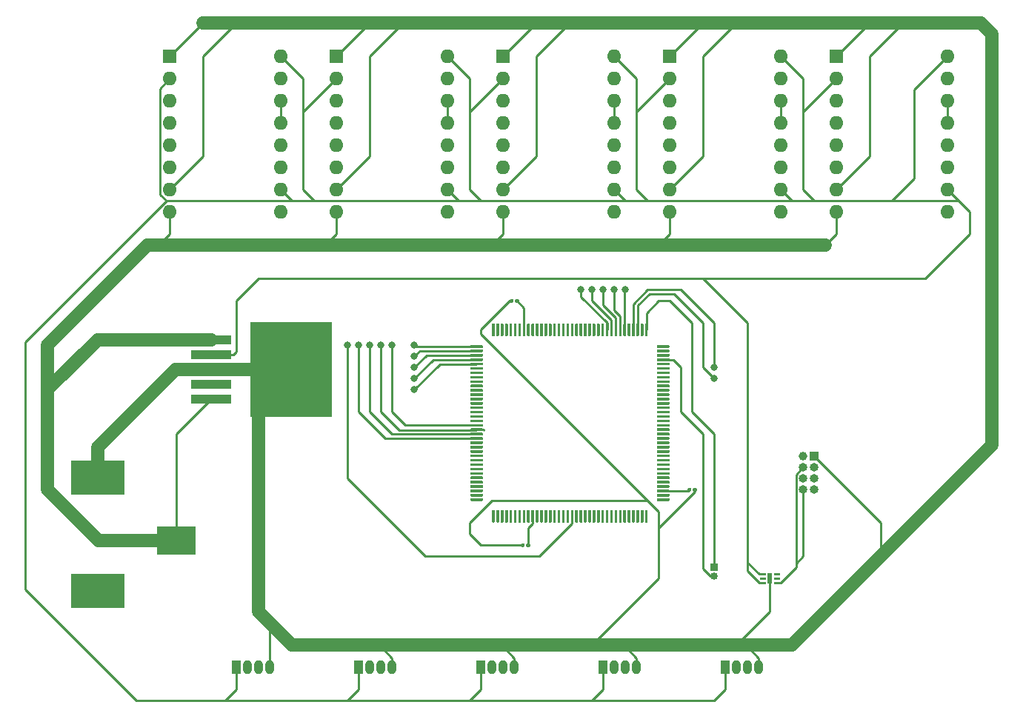
<source format=gbr>
%TF.GenerationSoftware,KiCad,Pcbnew,(5.1.9)-1*%
%TF.CreationDate,2021-10-09T18:12:39+01:00*%
%TF.ProjectId,btctestv0,62746374-6573-4747-9630-2e6b69636164,rev?*%
%TF.SameCoordinates,Original*%
%TF.FileFunction,Copper,L1,Top*%
%TF.FilePolarity,Positive*%
%FSLAX46Y46*%
G04 Gerber Fmt 4.6, Leading zero omitted, Abs format (unit mm)*
G04 Created by KiCad (PCBNEW (5.1.9)-1) date 2021-10-09 18:12:39*
%MOMM*%
%LPD*%
G01*
G04 APERTURE LIST*
%TA.AperFunction,SMDPad,CuDef*%
%ADD10R,6.200000X3.900000*%
%TD*%
%TA.AperFunction,SMDPad,CuDef*%
%ADD11R,4.400000X3.300000*%
%TD*%
%TA.AperFunction,ComponentPad*%
%ADD12O,0.850000X0.850000*%
%TD*%
%TA.AperFunction,ComponentPad*%
%ADD13R,0.850000X0.850000*%
%TD*%
%TA.AperFunction,ComponentPad*%
%ADD14O,1.000000X1.000000*%
%TD*%
%TA.AperFunction,ComponentPad*%
%ADD15R,1.000000X1.000000*%
%TD*%
%TA.AperFunction,ComponentPad*%
%ADD16C,1.000000*%
%TD*%
%TA.AperFunction,SMDPad,CuDef*%
%ADD17R,9.400000X10.800000*%
%TD*%
%TA.AperFunction,SMDPad,CuDef*%
%ADD18R,4.600000X1.100000*%
%TD*%
%TA.AperFunction,SMDPad,CuDef*%
%ADD19R,0.500000X1.260000*%
%TD*%
%TA.AperFunction,ComponentPad*%
%ADD20O,1.000000X1.600000*%
%TD*%
%TA.AperFunction,ComponentPad*%
%ADD21R,1.000000X1.600000*%
%TD*%
%TA.AperFunction,ComponentPad*%
%ADD22O,1.600000X1.600000*%
%TD*%
%TA.AperFunction,ComponentPad*%
%ADD23R,1.600000X1.600000*%
%TD*%
%TA.AperFunction,ViaPad*%
%ADD24C,0.800000*%
%TD*%
%TA.AperFunction,Conductor*%
%ADD25C,0.250000*%
%TD*%
%TA.AperFunction,Conductor*%
%ADD26C,1.500000*%
%TD*%
G04 APERTURE END LIST*
D10*
%TO.P,REF\u002A\u002A,3*%
%TO.N,N/C*%
X93320000Y-89000000D03*
%TO.P,REF\u002A\u002A,2*%
%TO.N,GND*%
X93320000Y-76100000D03*
D11*
%TO.P,REF\u002A\u002A,1*%
%TO.N,+12V*%
X102320000Y-83250000D03*
%TD*%
D12*
%TO.P,REF\u002A\u002A,2*%
%TO.N,SWDIO*%
X163830000Y-87360000D03*
D13*
%TO.P,REF\u002A\u002A,1*%
%TO.N,SWCLK*%
X163830000Y-86360000D03*
%TD*%
D14*
%TO.P,REF\u002A\u002A,8*%
%TO.N,UART4_TX*%
X175260000Y-77470000D03*
%TO.P,REF\u002A\u002A,7*%
%TO.N,+3V3*%
X173990000Y-77470000D03*
%TO.P,REF\u002A\u002A,6*%
%TO.N,N/C*%
X175260000Y-76200000D03*
%TO.P,REF\u002A\u002A,5*%
X173990000Y-76200000D03*
%TO.P,REF\u002A\u002A,4*%
X175260000Y-74930000D03*
%TO.P,REF\u002A\u002A,3*%
%TO.N,+3V3*%
X173990000Y-74930000D03*
D15*
%TO.P,REF\u002A\u002A,2*%
%TO.N,GND*%
X175260000Y-73660000D03*
D16*
%TO.P,REF\u002A\u002A,1*%
%TO.N,UART4_RX*%
X173990000Y-73660000D03*
%TD*%
%TO.P,REF\u002A\u002A,2*%
%TO.N,LED_BLUE*%
%TA.AperFunction,SMDPad,CuDef*%
G36*
G01*
X141060000Y-55980000D02*
X141060000Y-55780000D01*
G75*
G02*
X141160000Y-55680000I100000J0D01*
G01*
X141420000Y-55680000D01*
G75*
G02*
X141520000Y-55780000I0J-100000D01*
G01*
X141520000Y-55980000D01*
G75*
G02*
X141420000Y-56080000I-100000J0D01*
G01*
X141160000Y-56080000D01*
G75*
G02*
X141060000Y-55980000I0J100000D01*
G01*
G37*
%TD.AperFunction*%
%TO.P,REF\u002A\u002A,1*%
%TO.N,GND*%
%TA.AperFunction,SMDPad,CuDef*%
G36*
G01*
X140420000Y-55980000D02*
X140420000Y-55780000D01*
G75*
G02*
X140520000Y-55680000I100000J0D01*
G01*
X140780000Y-55680000D01*
G75*
G02*
X140880000Y-55780000I0J-100000D01*
G01*
X140880000Y-55980000D01*
G75*
G02*
X140780000Y-56080000I-100000J0D01*
G01*
X140520000Y-56080000D01*
G75*
G02*
X140420000Y-55980000I0J100000D01*
G01*
G37*
%TD.AperFunction*%
%TD*%
%TO.P,REF\u002A\u002A,2*%
%TO.N,GND*%
%TA.AperFunction,SMDPad,CuDef*%
G36*
G01*
X161380000Y-77570000D02*
X161380000Y-77370000D01*
G75*
G02*
X161480000Y-77270000I100000J0D01*
G01*
X161740000Y-77270000D01*
G75*
G02*
X161840000Y-77370000I0J-100000D01*
G01*
X161840000Y-77570000D01*
G75*
G02*
X161740000Y-77670000I-100000J0D01*
G01*
X161480000Y-77670000D01*
G75*
G02*
X161380000Y-77570000I0J100000D01*
G01*
G37*
%TD.AperFunction*%
%TO.P,REF\u002A\u002A,1*%
%TO.N,LED_RED*%
%TA.AperFunction,SMDPad,CuDef*%
G36*
G01*
X160740000Y-77570000D02*
X160740000Y-77370000D01*
G75*
G02*
X160840000Y-77270000I100000J0D01*
G01*
X161100000Y-77270000D01*
G75*
G02*
X161200000Y-77370000I0J-100000D01*
G01*
X161200000Y-77570000D01*
G75*
G02*
X161100000Y-77670000I-100000J0D01*
G01*
X160840000Y-77670000D01*
G75*
G02*
X160740000Y-77570000I0J100000D01*
G01*
G37*
%TD.AperFunction*%
%TD*%
%TO.P,REF\u002A\u002A,2*%
%TO.N,LED_GREEN*%
%TA.AperFunction,SMDPad,CuDef*%
G36*
G01*
X142330000Y-83920000D02*
X142330000Y-83720000D01*
G75*
G02*
X142430000Y-83620000I100000J0D01*
G01*
X142690000Y-83620000D01*
G75*
G02*
X142790000Y-83720000I0J-100000D01*
G01*
X142790000Y-83920000D01*
G75*
G02*
X142690000Y-84020000I-100000J0D01*
G01*
X142430000Y-84020000D01*
G75*
G02*
X142330000Y-83920000I0J100000D01*
G01*
G37*
%TD.AperFunction*%
%TO.P,REF\u002A\u002A,1*%
%TO.N,GND*%
%TA.AperFunction,SMDPad,CuDef*%
G36*
G01*
X141690000Y-83920000D02*
X141690000Y-83720000D01*
G75*
G02*
X141790000Y-83620000I100000J0D01*
G01*
X142050000Y-83620000D01*
G75*
G02*
X142150000Y-83720000I0J-100000D01*
G01*
X142150000Y-83920000D01*
G75*
G02*
X142050000Y-84020000I-100000J0D01*
G01*
X141790000Y-84020000D01*
G75*
G02*
X141690000Y-83920000I0J100000D01*
G01*
G37*
%TD.AperFunction*%
%TD*%
D17*
%TO.P,U8,3*%
%TO.N,GND*%
X115455000Y-63735000D03*
D18*
%TO.P,U8,5*%
%TO.N,+12V*%
X106305000Y-67135000D03*
%TO.P,U8,4*%
%TO.N,Net-(U8-Pad4)*%
X106305000Y-65435000D03*
%TO.P,U8,3*%
%TO.N,GND*%
X106305000Y-63735000D03*
%TO.P,U8,2*%
%TO.N,+5V*%
X106305000Y-62035000D03*
%TO.P,U8,1*%
%TO.N,+12V*%
X106305000Y-60335000D03*
%TD*%
D19*
%TO.P,U7,7*%
%TO.N,GND*%
X170180000Y-87630000D03*
%TO.P,U7,6*%
%TO.N,Net-(U7-Pad6)*%
%TA.AperFunction,SMDPad,CuDef*%
G36*
G01*
X170630000Y-87192500D02*
X170630000Y-87067500D01*
G75*
G02*
X170692500Y-87005000I62500J0D01*
G01*
X171267500Y-87005000D01*
G75*
G02*
X171330000Y-87067500I0J-62500D01*
G01*
X171330000Y-87192500D01*
G75*
G02*
X171267500Y-87255000I-62500J0D01*
G01*
X170692500Y-87255000D01*
G75*
G02*
X170630000Y-87192500I0J62500D01*
G01*
G37*
%TD.AperFunction*%
%TO.P,U7,5*%
%TO.N,Net-(U7-Pad5)*%
%TA.AperFunction,SMDPad,CuDef*%
G36*
G01*
X170630000Y-87692500D02*
X170630000Y-87567500D01*
G75*
G02*
X170692500Y-87505000I62500J0D01*
G01*
X171267500Y-87505000D01*
G75*
G02*
X171330000Y-87567500I0J-62500D01*
G01*
X171330000Y-87692500D01*
G75*
G02*
X171267500Y-87755000I-62500J0D01*
G01*
X170692500Y-87755000D01*
G75*
G02*
X170630000Y-87692500I0J62500D01*
G01*
G37*
%TD.AperFunction*%
%TO.P,U7,4*%
%TO.N,+3V3*%
%TA.AperFunction,SMDPad,CuDef*%
G36*
G01*
X170630000Y-88192500D02*
X170630000Y-88067500D01*
G75*
G02*
X170692500Y-88005000I62500J0D01*
G01*
X171267500Y-88005000D01*
G75*
G02*
X171330000Y-88067500I0J-62500D01*
G01*
X171330000Y-88192500D01*
G75*
G02*
X171267500Y-88255000I-62500J0D01*
G01*
X170692500Y-88255000D01*
G75*
G02*
X170630000Y-88192500I0J62500D01*
G01*
G37*
%TD.AperFunction*%
%TO.P,U7,3*%
%TO.N,+5V*%
%TA.AperFunction,SMDPad,CuDef*%
G36*
G01*
X169030000Y-88192500D02*
X169030000Y-88067500D01*
G75*
G02*
X169092500Y-88005000I62500J0D01*
G01*
X169667500Y-88005000D01*
G75*
G02*
X169730000Y-88067500I0J-62500D01*
G01*
X169730000Y-88192500D01*
G75*
G02*
X169667500Y-88255000I-62500J0D01*
G01*
X169092500Y-88255000D01*
G75*
G02*
X169030000Y-88192500I0J62500D01*
G01*
G37*
%TD.AperFunction*%
%TO.P,U7,2*%
%TO.N,GND*%
%TA.AperFunction,SMDPad,CuDef*%
G36*
G01*
X169030000Y-87692500D02*
X169030000Y-87567500D01*
G75*
G02*
X169092500Y-87505000I62500J0D01*
G01*
X169667500Y-87505000D01*
G75*
G02*
X169730000Y-87567500I0J-62500D01*
G01*
X169730000Y-87692500D01*
G75*
G02*
X169667500Y-87755000I-62500J0D01*
G01*
X169092500Y-87755000D01*
G75*
G02*
X169030000Y-87692500I0J62500D01*
G01*
G37*
%TD.AperFunction*%
%TO.P,U7,1*%
%TO.N,+5V*%
%TA.AperFunction,SMDPad,CuDef*%
G36*
G01*
X169030000Y-87192500D02*
X169030000Y-87067500D01*
G75*
G02*
X169092500Y-87005000I62500J0D01*
G01*
X169667500Y-87005000D01*
G75*
G02*
X169730000Y-87067500I0J-62500D01*
G01*
X169730000Y-87192500D01*
G75*
G02*
X169667500Y-87255000I-62500J0D01*
G01*
X169092500Y-87255000D01*
G75*
G02*
X169030000Y-87192500I0J62500D01*
G01*
G37*
%TD.AperFunction*%
%TD*%
%TO.P,U6,144*%
%TO.N,Net-(U6-Pad144)*%
%TA.AperFunction,SMDPad,CuDef*%
G36*
G01*
X138420000Y-59850000D02*
X138420000Y-58525000D01*
G75*
G02*
X138495000Y-58450000I75000J0D01*
G01*
X138645000Y-58450000D01*
G75*
G02*
X138720000Y-58525000I0J-75000D01*
G01*
X138720000Y-59850000D01*
G75*
G02*
X138645000Y-59925000I-75000J0D01*
G01*
X138495000Y-59925000D01*
G75*
G02*
X138420000Y-59850000I0J75000D01*
G01*
G37*
%TD.AperFunction*%
%TO.P,U6,143*%
%TO.N,Net-(U6-Pad143)*%
%TA.AperFunction,SMDPad,CuDef*%
G36*
G01*
X138920000Y-59850000D02*
X138920000Y-58525000D01*
G75*
G02*
X138995000Y-58450000I75000J0D01*
G01*
X139145000Y-58450000D01*
G75*
G02*
X139220000Y-58525000I0J-75000D01*
G01*
X139220000Y-59850000D01*
G75*
G02*
X139145000Y-59925000I-75000J0D01*
G01*
X138995000Y-59925000D01*
G75*
G02*
X138920000Y-59850000I0J75000D01*
G01*
G37*
%TD.AperFunction*%
%TO.P,U6,142*%
%TO.N,Net-(U6-Pad142)*%
%TA.AperFunction,SMDPad,CuDef*%
G36*
G01*
X139420000Y-59850000D02*
X139420000Y-58525000D01*
G75*
G02*
X139495000Y-58450000I75000J0D01*
G01*
X139645000Y-58450000D01*
G75*
G02*
X139720000Y-58525000I0J-75000D01*
G01*
X139720000Y-59850000D01*
G75*
G02*
X139645000Y-59925000I-75000J0D01*
G01*
X139495000Y-59925000D01*
G75*
G02*
X139420000Y-59850000I0J75000D01*
G01*
G37*
%TD.AperFunction*%
%TO.P,U6,141*%
%TO.N,Net-(U6-Pad141)*%
%TA.AperFunction,SMDPad,CuDef*%
G36*
G01*
X139920000Y-59850000D02*
X139920000Y-58525000D01*
G75*
G02*
X139995000Y-58450000I75000J0D01*
G01*
X140145000Y-58450000D01*
G75*
G02*
X140220000Y-58525000I0J-75000D01*
G01*
X140220000Y-59850000D01*
G75*
G02*
X140145000Y-59925000I-75000J0D01*
G01*
X139995000Y-59925000D01*
G75*
G02*
X139920000Y-59850000I0J75000D01*
G01*
G37*
%TD.AperFunction*%
%TO.P,U6,140*%
%TO.N,UART5_TX*%
%TA.AperFunction,SMDPad,CuDef*%
G36*
G01*
X140420000Y-59850000D02*
X140420000Y-58525000D01*
G75*
G02*
X140495000Y-58450000I75000J0D01*
G01*
X140645000Y-58450000D01*
G75*
G02*
X140720000Y-58525000I0J-75000D01*
G01*
X140720000Y-59850000D01*
G75*
G02*
X140645000Y-59925000I-75000J0D01*
G01*
X140495000Y-59925000D01*
G75*
G02*
X140420000Y-59850000I0J75000D01*
G01*
G37*
%TD.AperFunction*%
%TO.P,U6,139*%
%TO.N,UART5_RX*%
%TA.AperFunction,SMDPad,CuDef*%
G36*
G01*
X140920000Y-59850000D02*
X140920000Y-58525000D01*
G75*
G02*
X140995000Y-58450000I75000J0D01*
G01*
X141145000Y-58450000D01*
G75*
G02*
X141220000Y-58525000I0J-75000D01*
G01*
X141220000Y-59850000D01*
G75*
G02*
X141145000Y-59925000I-75000J0D01*
G01*
X140995000Y-59925000D01*
G75*
G02*
X140920000Y-59850000I0J75000D01*
G01*
G37*
%TD.AperFunction*%
%TO.P,U6,138*%
%TO.N,Net-(U6-Pad138)*%
%TA.AperFunction,SMDPad,CuDef*%
G36*
G01*
X141420000Y-59850000D02*
X141420000Y-58525000D01*
G75*
G02*
X141495000Y-58450000I75000J0D01*
G01*
X141645000Y-58450000D01*
G75*
G02*
X141720000Y-58525000I0J-75000D01*
G01*
X141720000Y-59850000D01*
G75*
G02*
X141645000Y-59925000I-75000J0D01*
G01*
X141495000Y-59925000D01*
G75*
G02*
X141420000Y-59850000I0J75000D01*
G01*
G37*
%TD.AperFunction*%
%TO.P,U6,137*%
%TO.N,LED_BLUE*%
%TA.AperFunction,SMDPad,CuDef*%
G36*
G01*
X141920000Y-59850000D02*
X141920000Y-58525000D01*
G75*
G02*
X141995000Y-58450000I75000J0D01*
G01*
X142145000Y-58450000D01*
G75*
G02*
X142220000Y-58525000I0J-75000D01*
G01*
X142220000Y-59850000D01*
G75*
G02*
X142145000Y-59925000I-75000J0D01*
G01*
X141995000Y-59925000D01*
G75*
G02*
X141920000Y-59850000I0J75000D01*
G01*
G37*
%TD.AperFunction*%
%TO.P,U6,136*%
%TO.N,Net-(U6-Pad136)*%
%TA.AperFunction,SMDPad,CuDef*%
G36*
G01*
X142420000Y-59850000D02*
X142420000Y-58525000D01*
G75*
G02*
X142495000Y-58450000I75000J0D01*
G01*
X142645000Y-58450000D01*
G75*
G02*
X142720000Y-58525000I0J-75000D01*
G01*
X142720000Y-59850000D01*
G75*
G02*
X142645000Y-59925000I-75000J0D01*
G01*
X142495000Y-59925000D01*
G75*
G02*
X142420000Y-59850000I0J75000D01*
G01*
G37*
%TD.AperFunction*%
%TO.P,U6,135*%
%TO.N,Net-(U6-Pad135)*%
%TA.AperFunction,SMDPad,CuDef*%
G36*
G01*
X142920000Y-59850000D02*
X142920000Y-58525000D01*
G75*
G02*
X142995000Y-58450000I75000J0D01*
G01*
X143145000Y-58450000D01*
G75*
G02*
X143220000Y-58525000I0J-75000D01*
G01*
X143220000Y-59850000D01*
G75*
G02*
X143145000Y-59925000I-75000J0D01*
G01*
X142995000Y-59925000D01*
G75*
G02*
X142920000Y-59850000I0J75000D01*
G01*
G37*
%TD.AperFunction*%
%TO.P,U6,134*%
%TO.N,Net-(U6-Pad134)*%
%TA.AperFunction,SMDPad,CuDef*%
G36*
G01*
X143420000Y-59850000D02*
X143420000Y-58525000D01*
G75*
G02*
X143495000Y-58450000I75000J0D01*
G01*
X143645000Y-58450000D01*
G75*
G02*
X143720000Y-58525000I0J-75000D01*
G01*
X143720000Y-59850000D01*
G75*
G02*
X143645000Y-59925000I-75000J0D01*
G01*
X143495000Y-59925000D01*
G75*
G02*
X143420000Y-59850000I0J75000D01*
G01*
G37*
%TD.AperFunction*%
%TO.P,U6,133*%
%TO.N,Net-(U6-Pad133)*%
%TA.AperFunction,SMDPad,CuDef*%
G36*
G01*
X143920000Y-59850000D02*
X143920000Y-58525000D01*
G75*
G02*
X143995000Y-58450000I75000J0D01*
G01*
X144145000Y-58450000D01*
G75*
G02*
X144220000Y-58525000I0J-75000D01*
G01*
X144220000Y-59850000D01*
G75*
G02*
X144145000Y-59925000I-75000J0D01*
G01*
X143995000Y-59925000D01*
G75*
G02*
X143920000Y-59850000I0J75000D01*
G01*
G37*
%TD.AperFunction*%
%TO.P,U6,132*%
%TO.N,Net-(U6-Pad132)*%
%TA.AperFunction,SMDPad,CuDef*%
G36*
G01*
X144420000Y-59850000D02*
X144420000Y-58525000D01*
G75*
G02*
X144495000Y-58450000I75000J0D01*
G01*
X144645000Y-58450000D01*
G75*
G02*
X144720000Y-58525000I0J-75000D01*
G01*
X144720000Y-59850000D01*
G75*
G02*
X144645000Y-59925000I-75000J0D01*
G01*
X144495000Y-59925000D01*
G75*
G02*
X144420000Y-59850000I0J75000D01*
G01*
G37*
%TD.AperFunction*%
%TO.P,U6,131*%
%TO.N,Net-(U6-Pad131)*%
%TA.AperFunction,SMDPad,CuDef*%
G36*
G01*
X144920000Y-59850000D02*
X144920000Y-58525000D01*
G75*
G02*
X144995000Y-58450000I75000J0D01*
G01*
X145145000Y-58450000D01*
G75*
G02*
X145220000Y-58525000I0J-75000D01*
G01*
X145220000Y-59850000D01*
G75*
G02*
X145145000Y-59925000I-75000J0D01*
G01*
X144995000Y-59925000D01*
G75*
G02*
X144920000Y-59850000I0J75000D01*
G01*
G37*
%TD.AperFunction*%
%TO.P,U6,130*%
%TO.N,Net-(U6-Pad130)*%
%TA.AperFunction,SMDPad,CuDef*%
G36*
G01*
X145420000Y-59850000D02*
X145420000Y-58525000D01*
G75*
G02*
X145495000Y-58450000I75000J0D01*
G01*
X145645000Y-58450000D01*
G75*
G02*
X145720000Y-58525000I0J-75000D01*
G01*
X145720000Y-59850000D01*
G75*
G02*
X145645000Y-59925000I-75000J0D01*
G01*
X145495000Y-59925000D01*
G75*
G02*
X145420000Y-59850000I0J75000D01*
G01*
G37*
%TD.AperFunction*%
%TO.P,U6,129*%
%TO.N,Net-(U6-Pad129)*%
%TA.AperFunction,SMDPad,CuDef*%
G36*
G01*
X145920000Y-59850000D02*
X145920000Y-58525000D01*
G75*
G02*
X145995000Y-58450000I75000J0D01*
G01*
X146145000Y-58450000D01*
G75*
G02*
X146220000Y-58525000I0J-75000D01*
G01*
X146220000Y-59850000D01*
G75*
G02*
X146145000Y-59925000I-75000J0D01*
G01*
X145995000Y-59925000D01*
G75*
G02*
X145920000Y-59850000I0J75000D01*
G01*
G37*
%TD.AperFunction*%
%TO.P,U6,128*%
%TO.N,Net-(U6-Pad128)*%
%TA.AperFunction,SMDPad,CuDef*%
G36*
G01*
X146420000Y-59850000D02*
X146420000Y-58525000D01*
G75*
G02*
X146495000Y-58450000I75000J0D01*
G01*
X146645000Y-58450000D01*
G75*
G02*
X146720000Y-58525000I0J-75000D01*
G01*
X146720000Y-59850000D01*
G75*
G02*
X146645000Y-59925000I-75000J0D01*
G01*
X146495000Y-59925000D01*
G75*
G02*
X146420000Y-59850000I0J75000D01*
G01*
G37*
%TD.AperFunction*%
%TO.P,U6,127*%
%TO.N,Net-(U6-Pad127)*%
%TA.AperFunction,SMDPad,CuDef*%
G36*
G01*
X146920000Y-59850000D02*
X146920000Y-58525000D01*
G75*
G02*
X146995000Y-58450000I75000J0D01*
G01*
X147145000Y-58450000D01*
G75*
G02*
X147220000Y-58525000I0J-75000D01*
G01*
X147220000Y-59850000D01*
G75*
G02*
X147145000Y-59925000I-75000J0D01*
G01*
X146995000Y-59925000D01*
G75*
G02*
X146920000Y-59850000I0J75000D01*
G01*
G37*
%TD.AperFunction*%
%TO.P,U6,126*%
%TO.N,Net-(U6-Pad126)*%
%TA.AperFunction,SMDPad,CuDef*%
G36*
G01*
X147420000Y-59850000D02*
X147420000Y-58525000D01*
G75*
G02*
X147495000Y-58450000I75000J0D01*
G01*
X147645000Y-58450000D01*
G75*
G02*
X147720000Y-58525000I0J-75000D01*
G01*
X147720000Y-59850000D01*
G75*
G02*
X147645000Y-59925000I-75000J0D01*
G01*
X147495000Y-59925000D01*
G75*
G02*
X147420000Y-59850000I0J75000D01*
G01*
G37*
%TD.AperFunction*%
%TO.P,U6,125*%
%TO.N,Net-(U6-Pad125)*%
%TA.AperFunction,SMDPad,CuDef*%
G36*
G01*
X147920000Y-59850000D02*
X147920000Y-58525000D01*
G75*
G02*
X147995000Y-58450000I75000J0D01*
G01*
X148145000Y-58450000D01*
G75*
G02*
X148220000Y-58525000I0J-75000D01*
G01*
X148220000Y-59850000D01*
G75*
G02*
X148145000Y-59925000I-75000J0D01*
G01*
X147995000Y-59925000D01*
G75*
G02*
X147920000Y-59850000I0J75000D01*
G01*
G37*
%TD.AperFunction*%
%TO.P,U6,124*%
%TO.N,Net-(U6-Pad124)*%
%TA.AperFunction,SMDPad,CuDef*%
G36*
G01*
X148420000Y-59850000D02*
X148420000Y-58525000D01*
G75*
G02*
X148495000Y-58450000I75000J0D01*
G01*
X148645000Y-58450000D01*
G75*
G02*
X148720000Y-58525000I0J-75000D01*
G01*
X148720000Y-59850000D01*
G75*
G02*
X148645000Y-59925000I-75000J0D01*
G01*
X148495000Y-59925000D01*
G75*
G02*
X148420000Y-59850000I0J75000D01*
G01*
G37*
%TD.AperFunction*%
%TO.P,U6,123*%
%TO.N,Net-(U6-Pad123)*%
%TA.AperFunction,SMDPad,CuDef*%
G36*
G01*
X148920000Y-59850000D02*
X148920000Y-58525000D01*
G75*
G02*
X148995000Y-58450000I75000J0D01*
G01*
X149145000Y-58450000D01*
G75*
G02*
X149220000Y-58525000I0J-75000D01*
G01*
X149220000Y-59850000D01*
G75*
G02*
X149145000Y-59925000I-75000J0D01*
G01*
X148995000Y-59925000D01*
G75*
G02*
X148920000Y-59850000I0J75000D01*
G01*
G37*
%TD.AperFunction*%
%TO.P,U6,122*%
%TO.N,Net-(U6-Pad122)*%
%TA.AperFunction,SMDPad,CuDef*%
G36*
G01*
X149420000Y-59850000D02*
X149420000Y-58525000D01*
G75*
G02*
X149495000Y-58450000I75000J0D01*
G01*
X149645000Y-58450000D01*
G75*
G02*
X149720000Y-58525000I0J-75000D01*
G01*
X149720000Y-59850000D01*
G75*
G02*
X149645000Y-59925000I-75000J0D01*
G01*
X149495000Y-59925000D01*
G75*
G02*
X149420000Y-59850000I0J75000D01*
G01*
G37*
%TD.AperFunction*%
%TO.P,U6,121*%
%TO.N,Net-(U6-Pad121)*%
%TA.AperFunction,SMDPad,CuDef*%
G36*
G01*
X149920000Y-59850000D02*
X149920000Y-58525000D01*
G75*
G02*
X149995000Y-58450000I75000J0D01*
G01*
X150145000Y-58450000D01*
G75*
G02*
X150220000Y-58525000I0J-75000D01*
G01*
X150220000Y-59850000D01*
G75*
G02*
X150145000Y-59925000I-75000J0D01*
G01*
X149995000Y-59925000D01*
G75*
G02*
X149920000Y-59850000I0J75000D01*
G01*
G37*
%TD.AperFunction*%
%TO.P,U6,120*%
%TO.N,Net-(U6-Pad120)*%
%TA.AperFunction,SMDPad,CuDef*%
G36*
G01*
X150420000Y-59850000D02*
X150420000Y-58525000D01*
G75*
G02*
X150495000Y-58450000I75000J0D01*
G01*
X150645000Y-58450000D01*
G75*
G02*
X150720000Y-58525000I0J-75000D01*
G01*
X150720000Y-59850000D01*
G75*
G02*
X150645000Y-59925000I-75000J0D01*
G01*
X150495000Y-59925000D01*
G75*
G02*
X150420000Y-59850000I0J75000D01*
G01*
G37*
%TD.AperFunction*%
%TO.P,U6,119*%
%TO.N,Net-(U6-Pad119)*%
%TA.AperFunction,SMDPad,CuDef*%
G36*
G01*
X150920000Y-59850000D02*
X150920000Y-58525000D01*
G75*
G02*
X150995000Y-58450000I75000J0D01*
G01*
X151145000Y-58450000D01*
G75*
G02*
X151220000Y-58525000I0J-75000D01*
G01*
X151220000Y-59850000D01*
G75*
G02*
X151145000Y-59925000I-75000J0D01*
G01*
X150995000Y-59925000D01*
G75*
G02*
X150920000Y-59850000I0J75000D01*
G01*
G37*
%TD.AperFunction*%
%TO.P,U6,118*%
%TO.N,MOT_4_EN*%
%TA.AperFunction,SMDPad,CuDef*%
G36*
G01*
X151420000Y-59850000D02*
X151420000Y-58525000D01*
G75*
G02*
X151495000Y-58450000I75000J0D01*
G01*
X151645000Y-58450000D01*
G75*
G02*
X151720000Y-58525000I0J-75000D01*
G01*
X151720000Y-59850000D01*
G75*
G02*
X151645000Y-59925000I-75000J0D01*
G01*
X151495000Y-59925000D01*
G75*
G02*
X151420000Y-59850000I0J75000D01*
G01*
G37*
%TD.AperFunction*%
%TO.P,U6,117*%
%TO.N,MOT_3_EN*%
%TA.AperFunction,SMDPad,CuDef*%
G36*
G01*
X151920000Y-59850000D02*
X151920000Y-58525000D01*
G75*
G02*
X151995000Y-58450000I75000J0D01*
G01*
X152145000Y-58450000D01*
G75*
G02*
X152220000Y-58525000I0J-75000D01*
G01*
X152220000Y-59850000D01*
G75*
G02*
X152145000Y-59925000I-75000J0D01*
G01*
X151995000Y-59925000D01*
G75*
G02*
X151920000Y-59850000I0J75000D01*
G01*
G37*
%TD.AperFunction*%
%TO.P,U6,116*%
%TO.N,MOT_2_EN*%
%TA.AperFunction,SMDPad,CuDef*%
G36*
G01*
X152420000Y-59850000D02*
X152420000Y-58525000D01*
G75*
G02*
X152495000Y-58450000I75000J0D01*
G01*
X152645000Y-58450000D01*
G75*
G02*
X152720000Y-58525000I0J-75000D01*
G01*
X152720000Y-59850000D01*
G75*
G02*
X152645000Y-59925000I-75000J0D01*
G01*
X152495000Y-59925000D01*
G75*
G02*
X152420000Y-59850000I0J75000D01*
G01*
G37*
%TD.AperFunction*%
%TO.P,U6,115*%
%TO.N,MOT_1_EN*%
%TA.AperFunction,SMDPad,CuDef*%
G36*
G01*
X152920000Y-59850000D02*
X152920000Y-58525000D01*
G75*
G02*
X152995000Y-58450000I75000J0D01*
G01*
X153145000Y-58450000D01*
G75*
G02*
X153220000Y-58525000I0J-75000D01*
G01*
X153220000Y-59850000D01*
G75*
G02*
X153145000Y-59925000I-75000J0D01*
G01*
X152995000Y-59925000D01*
G75*
G02*
X152920000Y-59850000I0J75000D01*
G01*
G37*
%TD.AperFunction*%
%TO.P,U6,114*%
%TO.N,MOT_0_EN*%
%TA.AperFunction,SMDPad,CuDef*%
G36*
G01*
X153420000Y-59850000D02*
X153420000Y-58525000D01*
G75*
G02*
X153495000Y-58450000I75000J0D01*
G01*
X153645000Y-58450000D01*
G75*
G02*
X153720000Y-58525000I0J-75000D01*
G01*
X153720000Y-59850000D01*
G75*
G02*
X153645000Y-59925000I-75000J0D01*
G01*
X153495000Y-59925000D01*
G75*
G02*
X153420000Y-59850000I0J75000D01*
G01*
G37*
%TD.AperFunction*%
%TO.P,U6,113*%
%TO.N,Net-(U6-Pad113)*%
%TA.AperFunction,SMDPad,CuDef*%
G36*
G01*
X153920000Y-59850000D02*
X153920000Y-58525000D01*
G75*
G02*
X153995000Y-58450000I75000J0D01*
G01*
X154145000Y-58450000D01*
G75*
G02*
X154220000Y-58525000I0J-75000D01*
G01*
X154220000Y-59850000D01*
G75*
G02*
X154145000Y-59925000I-75000J0D01*
G01*
X153995000Y-59925000D01*
G75*
G02*
X153920000Y-59850000I0J75000D01*
G01*
G37*
%TD.AperFunction*%
%TO.P,U6,112*%
%TO.N,UART4_RX*%
%TA.AperFunction,SMDPad,CuDef*%
G36*
G01*
X154420000Y-59850000D02*
X154420000Y-58525000D01*
G75*
G02*
X154495000Y-58450000I75000J0D01*
G01*
X154645000Y-58450000D01*
G75*
G02*
X154720000Y-58525000I0J-75000D01*
G01*
X154720000Y-59850000D01*
G75*
G02*
X154645000Y-59925000I-75000J0D01*
G01*
X154495000Y-59925000D01*
G75*
G02*
X154420000Y-59850000I0J75000D01*
G01*
G37*
%TD.AperFunction*%
%TO.P,U6,111*%
%TO.N,UART4_TX*%
%TA.AperFunction,SMDPad,CuDef*%
G36*
G01*
X154920000Y-59850000D02*
X154920000Y-58525000D01*
G75*
G02*
X154995000Y-58450000I75000J0D01*
G01*
X155145000Y-58450000D01*
G75*
G02*
X155220000Y-58525000I0J-75000D01*
G01*
X155220000Y-59850000D01*
G75*
G02*
X155145000Y-59925000I-75000J0D01*
G01*
X154995000Y-59925000D01*
G75*
G02*
X154920000Y-59850000I0J75000D01*
G01*
G37*
%TD.AperFunction*%
%TO.P,U6,110*%
%TO.N,Net-(U6-Pad110)*%
%TA.AperFunction,SMDPad,CuDef*%
G36*
G01*
X155420000Y-59850000D02*
X155420000Y-58525000D01*
G75*
G02*
X155495000Y-58450000I75000J0D01*
G01*
X155645000Y-58450000D01*
G75*
G02*
X155720000Y-58525000I0J-75000D01*
G01*
X155720000Y-59850000D01*
G75*
G02*
X155645000Y-59925000I-75000J0D01*
G01*
X155495000Y-59925000D01*
G75*
G02*
X155420000Y-59850000I0J75000D01*
G01*
G37*
%TD.AperFunction*%
%TO.P,U6,109*%
%TO.N,SWCLK*%
%TA.AperFunction,SMDPad,CuDef*%
G36*
G01*
X155920000Y-59850000D02*
X155920000Y-58525000D01*
G75*
G02*
X155995000Y-58450000I75000J0D01*
G01*
X156145000Y-58450000D01*
G75*
G02*
X156220000Y-58525000I0J-75000D01*
G01*
X156220000Y-59850000D01*
G75*
G02*
X156145000Y-59925000I-75000J0D01*
G01*
X155995000Y-59925000D01*
G75*
G02*
X155920000Y-59850000I0J75000D01*
G01*
G37*
%TD.AperFunction*%
%TO.P,U6,108*%
%TO.N,Net-(U6-Pad108)*%
%TA.AperFunction,SMDPad,CuDef*%
G36*
G01*
X157245000Y-61175000D02*
X157245000Y-61025000D01*
G75*
G02*
X157320000Y-60950000I75000J0D01*
G01*
X158645000Y-60950000D01*
G75*
G02*
X158720000Y-61025000I0J-75000D01*
G01*
X158720000Y-61175000D01*
G75*
G02*
X158645000Y-61250000I-75000J0D01*
G01*
X157320000Y-61250000D01*
G75*
G02*
X157245000Y-61175000I0J75000D01*
G01*
G37*
%TD.AperFunction*%
%TO.P,U6,107*%
%TO.N,Net-(U6-Pad107)*%
%TA.AperFunction,SMDPad,CuDef*%
G36*
G01*
X157245000Y-61675000D02*
X157245000Y-61525000D01*
G75*
G02*
X157320000Y-61450000I75000J0D01*
G01*
X158645000Y-61450000D01*
G75*
G02*
X158720000Y-61525000I0J-75000D01*
G01*
X158720000Y-61675000D01*
G75*
G02*
X158645000Y-61750000I-75000J0D01*
G01*
X157320000Y-61750000D01*
G75*
G02*
X157245000Y-61675000I0J75000D01*
G01*
G37*
%TD.AperFunction*%
%TO.P,U6,106*%
%TO.N,Net-(U6-Pad106)*%
%TA.AperFunction,SMDPad,CuDef*%
G36*
G01*
X157245000Y-62175000D02*
X157245000Y-62025000D01*
G75*
G02*
X157320000Y-61950000I75000J0D01*
G01*
X158645000Y-61950000D01*
G75*
G02*
X158720000Y-62025000I0J-75000D01*
G01*
X158720000Y-62175000D01*
G75*
G02*
X158645000Y-62250000I-75000J0D01*
G01*
X157320000Y-62250000D01*
G75*
G02*
X157245000Y-62175000I0J75000D01*
G01*
G37*
%TD.AperFunction*%
%TO.P,U6,105*%
%TO.N,SWDIO*%
%TA.AperFunction,SMDPad,CuDef*%
G36*
G01*
X157245000Y-62675000D02*
X157245000Y-62525000D01*
G75*
G02*
X157320000Y-62450000I75000J0D01*
G01*
X158645000Y-62450000D01*
G75*
G02*
X158720000Y-62525000I0J-75000D01*
G01*
X158720000Y-62675000D01*
G75*
G02*
X158645000Y-62750000I-75000J0D01*
G01*
X157320000Y-62750000D01*
G75*
G02*
X157245000Y-62675000I0J75000D01*
G01*
G37*
%TD.AperFunction*%
%TO.P,U6,104*%
%TO.N,Net-(U6-Pad104)*%
%TA.AperFunction,SMDPad,CuDef*%
G36*
G01*
X157245000Y-63175000D02*
X157245000Y-63025000D01*
G75*
G02*
X157320000Y-62950000I75000J0D01*
G01*
X158645000Y-62950000D01*
G75*
G02*
X158720000Y-63025000I0J-75000D01*
G01*
X158720000Y-63175000D01*
G75*
G02*
X158645000Y-63250000I-75000J0D01*
G01*
X157320000Y-63250000D01*
G75*
G02*
X157245000Y-63175000I0J75000D01*
G01*
G37*
%TD.AperFunction*%
%TO.P,U6,103*%
%TO.N,Net-(U6-Pad103)*%
%TA.AperFunction,SMDPad,CuDef*%
G36*
G01*
X157245000Y-63675000D02*
X157245000Y-63525000D01*
G75*
G02*
X157320000Y-63450000I75000J0D01*
G01*
X158645000Y-63450000D01*
G75*
G02*
X158720000Y-63525000I0J-75000D01*
G01*
X158720000Y-63675000D01*
G75*
G02*
X158645000Y-63750000I-75000J0D01*
G01*
X157320000Y-63750000D01*
G75*
G02*
X157245000Y-63675000I0J75000D01*
G01*
G37*
%TD.AperFunction*%
%TO.P,U6,102*%
%TO.N,Net-(U6-Pad102)*%
%TA.AperFunction,SMDPad,CuDef*%
G36*
G01*
X157245000Y-64175000D02*
X157245000Y-64025000D01*
G75*
G02*
X157320000Y-63950000I75000J0D01*
G01*
X158645000Y-63950000D01*
G75*
G02*
X158720000Y-64025000I0J-75000D01*
G01*
X158720000Y-64175000D01*
G75*
G02*
X158645000Y-64250000I-75000J0D01*
G01*
X157320000Y-64250000D01*
G75*
G02*
X157245000Y-64175000I0J75000D01*
G01*
G37*
%TD.AperFunction*%
%TO.P,U6,101*%
%TO.N,Net-(U6-Pad101)*%
%TA.AperFunction,SMDPad,CuDef*%
G36*
G01*
X157245000Y-64675000D02*
X157245000Y-64525000D01*
G75*
G02*
X157320000Y-64450000I75000J0D01*
G01*
X158645000Y-64450000D01*
G75*
G02*
X158720000Y-64525000I0J-75000D01*
G01*
X158720000Y-64675000D01*
G75*
G02*
X158645000Y-64750000I-75000J0D01*
G01*
X157320000Y-64750000D01*
G75*
G02*
X157245000Y-64675000I0J75000D01*
G01*
G37*
%TD.AperFunction*%
%TO.P,U6,100*%
%TO.N,Net-(U6-Pad100)*%
%TA.AperFunction,SMDPad,CuDef*%
G36*
G01*
X157245000Y-65175000D02*
X157245000Y-65025000D01*
G75*
G02*
X157320000Y-64950000I75000J0D01*
G01*
X158645000Y-64950000D01*
G75*
G02*
X158720000Y-65025000I0J-75000D01*
G01*
X158720000Y-65175000D01*
G75*
G02*
X158645000Y-65250000I-75000J0D01*
G01*
X157320000Y-65250000D01*
G75*
G02*
X157245000Y-65175000I0J75000D01*
G01*
G37*
%TD.AperFunction*%
%TO.P,U6,99*%
%TO.N,Net-(U6-Pad99)*%
%TA.AperFunction,SMDPad,CuDef*%
G36*
G01*
X157245000Y-65675000D02*
X157245000Y-65525000D01*
G75*
G02*
X157320000Y-65450000I75000J0D01*
G01*
X158645000Y-65450000D01*
G75*
G02*
X158720000Y-65525000I0J-75000D01*
G01*
X158720000Y-65675000D01*
G75*
G02*
X158645000Y-65750000I-75000J0D01*
G01*
X157320000Y-65750000D01*
G75*
G02*
X157245000Y-65675000I0J75000D01*
G01*
G37*
%TD.AperFunction*%
%TO.P,U6,98*%
%TO.N,Net-(U6-Pad98)*%
%TA.AperFunction,SMDPad,CuDef*%
G36*
G01*
X157245000Y-66175000D02*
X157245000Y-66025000D01*
G75*
G02*
X157320000Y-65950000I75000J0D01*
G01*
X158645000Y-65950000D01*
G75*
G02*
X158720000Y-66025000I0J-75000D01*
G01*
X158720000Y-66175000D01*
G75*
G02*
X158645000Y-66250000I-75000J0D01*
G01*
X157320000Y-66250000D01*
G75*
G02*
X157245000Y-66175000I0J75000D01*
G01*
G37*
%TD.AperFunction*%
%TO.P,U6,97*%
%TO.N,Net-(U6-Pad97)*%
%TA.AperFunction,SMDPad,CuDef*%
G36*
G01*
X157245000Y-66675000D02*
X157245000Y-66525000D01*
G75*
G02*
X157320000Y-66450000I75000J0D01*
G01*
X158645000Y-66450000D01*
G75*
G02*
X158720000Y-66525000I0J-75000D01*
G01*
X158720000Y-66675000D01*
G75*
G02*
X158645000Y-66750000I-75000J0D01*
G01*
X157320000Y-66750000D01*
G75*
G02*
X157245000Y-66675000I0J75000D01*
G01*
G37*
%TD.AperFunction*%
%TO.P,U6,96*%
%TO.N,Net-(U6-Pad96)*%
%TA.AperFunction,SMDPad,CuDef*%
G36*
G01*
X157245000Y-67175000D02*
X157245000Y-67025000D01*
G75*
G02*
X157320000Y-66950000I75000J0D01*
G01*
X158645000Y-66950000D01*
G75*
G02*
X158720000Y-67025000I0J-75000D01*
G01*
X158720000Y-67175000D01*
G75*
G02*
X158645000Y-67250000I-75000J0D01*
G01*
X157320000Y-67250000D01*
G75*
G02*
X157245000Y-67175000I0J75000D01*
G01*
G37*
%TD.AperFunction*%
%TO.P,U6,95*%
%TO.N,Net-(U6-Pad95)*%
%TA.AperFunction,SMDPad,CuDef*%
G36*
G01*
X157245000Y-67675000D02*
X157245000Y-67525000D01*
G75*
G02*
X157320000Y-67450000I75000J0D01*
G01*
X158645000Y-67450000D01*
G75*
G02*
X158720000Y-67525000I0J-75000D01*
G01*
X158720000Y-67675000D01*
G75*
G02*
X158645000Y-67750000I-75000J0D01*
G01*
X157320000Y-67750000D01*
G75*
G02*
X157245000Y-67675000I0J75000D01*
G01*
G37*
%TD.AperFunction*%
%TO.P,U6,94*%
%TO.N,Net-(U6-Pad94)*%
%TA.AperFunction,SMDPad,CuDef*%
G36*
G01*
X157245000Y-68175000D02*
X157245000Y-68025000D01*
G75*
G02*
X157320000Y-67950000I75000J0D01*
G01*
X158645000Y-67950000D01*
G75*
G02*
X158720000Y-68025000I0J-75000D01*
G01*
X158720000Y-68175000D01*
G75*
G02*
X158645000Y-68250000I-75000J0D01*
G01*
X157320000Y-68250000D01*
G75*
G02*
X157245000Y-68175000I0J75000D01*
G01*
G37*
%TD.AperFunction*%
%TO.P,U6,93*%
%TO.N,Net-(U6-Pad93)*%
%TA.AperFunction,SMDPad,CuDef*%
G36*
G01*
X157245000Y-68675000D02*
X157245000Y-68525000D01*
G75*
G02*
X157320000Y-68450000I75000J0D01*
G01*
X158645000Y-68450000D01*
G75*
G02*
X158720000Y-68525000I0J-75000D01*
G01*
X158720000Y-68675000D01*
G75*
G02*
X158645000Y-68750000I-75000J0D01*
G01*
X157320000Y-68750000D01*
G75*
G02*
X157245000Y-68675000I0J75000D01*
G01*
G37*
%TD.AperFunction*%
%TO.P,U6,92*%
%TO.N,Net-(U6-Pad92)*%
%TA.AperFunction,SMDPad,CuDef*%
G36*
G01*
X157245000Y-69175000D02*
X157245000Y-69025000D01*
G75*
G02*
X157320000Y-68950000I75000J0D01*
G01*
X158645000Y-68950000D01*
G75*
G02*
X158720000Y-69025000I0J-75000D01*
G01*
X158720000Y-69175000D01*
G75*
G02*
X158645000Y-69250000I-75000J0D01*
G01*
X157320000Y-69250000D01*
G75*
G02*
X157245000Y-69175000I0J75000D01*
G01*
G37*
%TD.AperFunction*%
%TO.P,U6,91*%
%TO.N,Net-(U6-Pad91)*%
%TA.AperFunction,SMDPad,CuDef*%
G36*
G01*
X157245000Y-69675000D02*
X157245000Y-69525000D01*
G75*
G02*
X157320000Y-69450000I75000J0D01*
G01*
X158645000Y-69450000D01*
G75*
G02*
X158720000Y-69525000I0J-75000D01*
G01*
X158720000Y-69675000D01*
G75*
G02*
X158645000Y-69750000I-75000J0D01*
G01*
X157320000Y-69750000D01*
G75*
G02*
X157245000Y-69675000I0J75000D01*
G01*
G37*
%TD.AperFunction*%
%TO.P,U6,90*%
%TO.N,Net-(U6-Pad90)*%
%TA.AperFunction,SMDPad,CuDef*%
G36*
G01*
X157245000Y-70175000D02*
X157245000Y-70025000D01*
G75*
G02*
X157320000Y-69950000I75000J0D01*
G01*
X158645000Y-69950000D01*
G75*
G02*
X158720000Y-70025000I0J-75000D01*
G01*
X158720000Y-70175000D01*
G75*
G02*
X158645000Y-70250000I-75000J0D01*
G01*
X157320000Y-70250000D01*
G75*
G02*
X157245000Y-70175000I0J75000D01*
G01*
G37*
%TD.AperFunction*%
%TO.P,U6,89*%
%TO.N,Net-(U6-Pad89)*%
%TA.AperFunction,SMDPad,CuDef*%
G36*
G01*
X157245000Y-70675000D02*
X157245000Y-70525000D01*
G75*
G02*
X157320000Y-70450000I75000J0D01*
G01*
X158645000Y-70450000D01*
G75*
G02*
X158720000Y-70525000I0J-75000D01*
G01*
X158720000Y-70675000D01*
G75*
G02*
X158645000Y-70750000I-75000J0D01*
G01*
X157320000Y-70750000D01*
G75*
G02*
X157245000Y-70675000I0J75000D01*
G01*
G37*
%TD.AperFunction*%
%TO.P,U6,88*%
%TO.N,Net-(U6-Pad88)*%
%TA.AperFunction,SMDPad,CuDef*%
G36*
G01*
X157245000Y-71175000D02*
X157245000Y-71025000D01*
G75*
G02*
X157320000Y-70950000I75000J0D01*
G01*
X158645000Y-70950000D01*
G75*
G02*
X158720000Y-71025000I0J-75000D01*
G01*
X158720000Y-71175000D01*
G75*
G02*
X158645000Y-71250000I-75000J0D01*
G01*
X157320000Y-71250000D01*
G75*
G02*
X157245000Y-71175000I0J75000D01*
G01*
G37*
%TD.AperFunction*%
%TO.P,U6,87*%
%TO.N,Net-(U6-Pad87)*%
%TA.AperFunction,SMDPad,CuDef*%
G36*
G01*
X157245000Y-71675000D02*
X157245000Y-71525000D01*
G75*
G02*
X157320000Y-71450000I75000J0D01*
G01*
X158645000Y-71450000D01*
G75*
G02*
X158720000Y-71525000I0J-75000D01*
G01*
X158720000Y-71675000D01*
G75*
G02*
X158645000Y-71750000I-75000J0D01*
G01*
X157320000Y-71750000D01*
G75*
G02*
X157245000Y-71675000I0J75000D01*
G01*
G37*
%TD.AperFunction*%
%TO.P,U6,86*%
%TO.N,Net-(U6-Pad86)*%
%TA.AperFunction,SMDPad,CuDef*%
G36*
G01*
X157245000Y-72175000D02*
X157245000Y-72025000D01*
G75*
G02*
X157320000Y-71950000I75000J0D01*
G01*
X158645000Y-71950000D01*
G75*
G02*
X158720000Y-72025000I0J-75000D01*
G01*
X158720000Y-72175000D01*
G75*
G02*
X158645000Y-72250000I-75000J0D01*
G01*
X157320000Y-72250000D01*
G75*
G02*
X157245000Y-72175000I0J75000D01*
G01*
G37*
%TD.AperFunction*%
%TO.P,U6,85*%
%TO.N,Net-(U6-Pad85)*%
%TA.AperFunction,SMDPad,CuDef*%
G36*
G01*
X157245000Y-72675000D02*
X157245000Y-72525000D01*
G75*
G02*
X157320000Y-72450000I75000J0D01*
G01*
X158645000Y-72450000D01*
G75*
G02*
X158720000Y-72525000I0J-75000D01*
G01*
X158720000Y-72675000D01*
G75*
G02*
X158645000Y-72750000I-75000J0D01*
G01*
X157320000Y-72750000D01*
G75*
G02*
X157245000Y-72675000I0J75000D01*
G01*
G37*
%TD.AperFunction*%
%TO.P,U6,84*%
%TO.N,Net-(U6-Pad84)*%
%TA.AperFunction,SMDPad,CuDef*%
G36*
G01*
X157245000Y-73175000D02*
X157245000Y-73025000D01*
G75*
G02*
X157320000Y-72950000I75000J0D01*
G01*
X158645000Y-72950000D01*
G75*
G02*
X158720000Y-73025000I0J-75000D01*
G01*
X158720000Y-73175000D01*
G75*
G02*
X158645000Y-73250000I-75000J0D01*
G01*
X157320000Y-73250000D01*
G75*
G02*
X157245000Y-73175000I0J75000D01*
G01*
G37*
%TD.AperFunction*%
%TO.P,U6,83*%
%TO.N,Net-(U6-Pad83)*%
%TA.AperFunction,SMDPad,CuDef*%
G36*
G01*
X157245000Y-73675000D02*
X157245000Y-73525000D01*
G75*
G02*
X157320000Y-73450000I75000J0D01*
G01*
X158645000Y-73450000D01*
G75*
G02*
X158720000Y-73525000I0J-75000D01*
G01*
X158720000Y-73675000D01*
G75*
G02*
X158645000Y-73750000I-75000J0D01*
G01*
X157320000Y-73750000D01*
G75*
G02*
X157245000Y-73675000I0J75000D01*
G01*
G37*
%TD.AperFunction*%
%TO.P,U6,82*%
%TO.N,Net-(U6-Pad82)*%
%TA.AperFunction,SMDPad,CuDef*%
G36*
G01*
X157245000Y-74175000D02*
X157245000Y-74025000D01*
G75*
G02*
X157320000Y-73950000I75000J0D01*
G01*
X158645000Y-73950000D01*
G75*
G02*
X158720000Y-74025000I0J-75000D01*
G01*
X158720000Y-74175000D01*
G75*
G02*
X158645000Y-74250000I-75000J0D01*
G01*
X157320000Y-74250000D01*
G75*
G02*
X157245000Y-74175000I0J75000D01*
G01*
G37*
%TD.AperFunction*%
%TO.P,U6,81*%
%TO.N,Net-(U6-Pad81)*%
%TA.AperFunction,SMDPad,CuDef*%
G36*
G01*
X157245000Y-74675000D02*
X157245000Y-74525000D01*
G75*
G02*
X157320000Y-74450000I75000J0D01*
G01*
X158645000Y-74450000D01*
G75*
G02*
X158720000Y-74525000I0J-75000D01*
G01*
X158720000Y-74675000D01*
G75*
G02*
X158645000Y-74750000I-75000J0D01*
G01*
X157320000Y-74750000D01*
G75*
G02*
X157245000Y-74675000I0J75000D01*
G01*
G37*
%TD.AperFunction*%
%TO.P,U6,80*%
%TO.N,Net-(U6-Pad80)*%
%TA.AperFunction,SMDPad,CuDef*%
G36*
G01*
X157245000Y-75175000D02*
X157245000Y-75025000D01*
G75*
G02*
X157320000Y-74950000I75000J0D01*
G01*
X158645000Y-74950000D01*
G75*
G02*
X158720000Y-75025000I0J-75000D01*
G01*
X158720000Y-75175000D01*
G75*
G02*
X158645000Y-75250000I-75000J0D01*
G01*
X157320000Y-75250000D01*
G75*
G02*
X157245000Y-75175000I0J75000D01*
G01*
G37*
%TD.AperFunction*%
%TO.P,U6,79*%
%TO.N,Net-(U6-Pad79)*%
%TA.AperFunction,SMDPad,CuDef*%
G36*
G01*
X157245000Y-75675000D02*
X157245000Y-75525000D01*
G75*
G02*
X157320000Y-75450000I75000J0D01*
G01*
X158645000Y-75450000D01*
G75*
G02*
X158720000Y-75525000I0J-75000D01*
G01*
X158720000Y-75675000D01*
G75*
G02*
X158645000Y-75750000I-75000J0D01*
G01*
X157320000Y-75750000D01*
G75*
G02*
X157245000Y-75675000I0J75000D01*
G01*
G37*
%TD.AperFunction*%
%TO.P,U6,78*%
%TO.N,Net-(U6-Pad78)*%
%TA.AperFunction,SMDPad,CuDef*%
G36*
G01*
X157245000Y-76175000D02*
X157245000Y-76025000D01*
G75*
G02*
X157320000Y-75950000I75000J0D01*
G01*
X158645000Y-75950000D01*
G75*
G02*
X158720000Y-76025000I0J-75000D01*
G01*
X158720000Y-76175000D01*
G75*
G02*
X158645000Y-76250000I-75000J0D01*
G01*
X157320000Y-76250000D01*
G75*
G02*
X157245000Y-76175000I0J75000D01*
G01*
G37*
%TD.AperFunction*%
%TO.P,U6,77*%
%TO.N,Net-(U6-Pad77)*%
%TA.AperFunction,SMDPad,CuDef*%
G36*
G01*
X157245000Y-76675000D02*
X157245000Y-76525000D01*
G75*
G02*
X157320000Y-76450000I75000J0D01*
G01*
X158645000Y-76450000D01*
G75*
G02*
X158720000Y-76525000I0J-75000D01*
G01*
X158720000Y-76675000D01*
G75*
G02*
X158645000Y-76750000I-75000J0D01*
G01*
X157320000Y-76750000D01*
G75*
G02*
X157245000Y-76675000I0J75000D01*
G01*
G37*
%TD.AperFunction*%
%TO.P,U6,76*%
%TO.N,Net-(U6-Pad76)*%
%TA.AperFunction,SMDPad,CuDef*%
G36*
G01*
X157245000Y-77175000D02*
X157245000Y-77025000D01*
G75*
G02*
X157320000Y-76950000I75000J0D01*
G01*
X158645000Y-76950000D01*
G75*
G02*
X158720000Y-77025000I0J-75000D01*
G01*
X158720000Y-77175000D01*
G75*
G02*
X158645000Y-77250000I-75000J0D01*
G01*
X157320000Y-77250000D01*
G75*
G02*
X157245000Y-77175000I0J75000D01*
G01*
G37*
%TD.AperFunction*%
%TO.P,U6,75*%
%TO.N,LED_RED*%
%TA.AperFunction,SMDPad,CuDef*%
G36*
G01*
X157245000Y-77675000D02*
X157245000Y-77525000D01*
G75*
G02*
X157320000Y-77450000I75000J0D01*
G01*
X158645000Y-77450000D01*
G75*
G02*
X158720000Y-77525000I0J-75000D01*
G01*
X158720000Y-77675000D01*
G75*
G02*
X158645000Y-77750000I-75000J0D01*
G01*
X157320000Y-77750000D01*
G75*
G02*
X157245000Y-77675000I0J75000D01*
G01*
G37*
%TD.AperFunction*%
%TO.P,U6,74*%
%TO.N,Net-(U6-Pad74)*%
%TA.AperFunction,SMDPad,CuDef*%
G36*
G01*
X157245000Y-78175000D02*
X157245000Y-78025000D01*
G75*
G02*
X157320000Y-77950000I75000J0D01*
G01*
X158645000Y-77950000D01*
G75*
G02*
X158720000Y-78025000I0J-75000D01*
G01*
X158720000Y-78175000D01*
G75*
G02*
X158645000Y-78250000I-75000J0D01*
G01*
X157320000Y-78250000D01*
G75*
G02*
X157245000Y-78175000I0J75000D01*
G01*
G37*
%TD.AperFunction*%
%TO.P,U6,73*%
%TO.N,Net-(U6-Pad73)*%
%TA.AperFunction,SMDPad,CuDef*%
G36*
G01*
X157245000Y-78675000D02*
X157245000Y-78525000D01*
G75*
G02*
X157320000Y-78450000I75000J0D01*
G01*
X158645000Y-78450000D01*
G75*
G02*
X158720000Y-78525000I0J-75000D01*
G01*
X158720000Y-78675000D01*
G75*
G02*
X158645000Y-78750000I-75000J0D01*
G01*
X157320000Y-78750000D01*
G75*
G02*
X157245000Y-78675000I0J75000D01*
G01*
G37*
%TD.AperFunction*%
%TO.P,U6,72*%
%TO.N,Net-(U6-Pad72)*%
%TA.AperFunction,SMDPad,CuDef*%
G36*
G01*
X155920000Y-81175000D02*
X155920000Y-79850000D01*
G75*
G02*
X155995000Y-79775000I75000J0D01*
G01*
X156145000Y-79775000D01*
G75*
G02*
X156220000Y-79850000I0J-75000D01*
G01*
X156220000Y-81175000D01*
G75*
G02*
X156145000Y-81250000I-75000J0D01*
G01*
X155995000Y-81250000D01*
G75*
G02*
X155920000Y-81175000I0J75000D01*
G01*
G37*
%TD.AperFunction*%
%TO.P,U6,71*%
%TO.N,Net-(U6-Pad71)*%
%TA.AperFunction,SMDPad,CuDef*%
G36*
G01*
X155420000Y-81175000D02*
X155420000Y-79850000D01*
G75*
G02*
X155495000Y-79775000I75000J0D01*
G01*
X155645000Y-79775000D01*
G75*
G02*
X155720000Y-79850000I0J-75000D01*
G01*
X155720000Y-81175000D01*
G75*
G02*
X155645000Y-81250000I-75000J0D01*
G01*
X155495000Y-81250000D01*
G75*
G02*
X155420000Y-81175000I0J75000D01*
G01*
G37*
%TD.AperFunction*%
%TO.P,U6,70*%
%TO.N,Net-(U6-Pad70)*%
%TA.AperFunction,SMDPad,CuDef*%
G36*
G01*
X154920000Y-81175000D02*
X154920000Y-79850000D01*
G75*
G02*
X154995000Y-79775000I75000J0D01*
G01*
X155145000Y-79775000D01*
G75*
G02*
X155220000Y-79850000I0J-75000D01*
G01*
X155220000Y-81175000D01*
G75*
G02*
X155145000Y-81250000I-75000J0D01*
G01*
X154995000Y-81250000D01*
G75*
G02*
X154920000Y-81175000I0J75000D01*
G01*
G37*
%TD.AperFunction*%
%TO.P,U6,69*%
%TO.N,Net-(U6-Pad69)*%
%TA.AperFunction,SMDPad,CuDef*%
G36*
G01*
X154420000Y-81175000D02*
X154420000Y-79850000D01*
G75*
G02*
X154495000Y-79775000I75000J0D01*
G01*
X154645000Y-79775000D01*
G75*
G02*
X154720000Y-79850000I0J-75000D01*
G01*
X154720000Y-81175000D01*
G75*
G02*
X154645000Y-81250000I-75000J0D01*
G01*
X154495000Y-81250000D01*
G75*
G02*
X154420000Y-81175000I0J75000D01*
G01*
G37*
%TD.AperFunction*%
%TO.P,U6,68*%
%TO.N,Net-(U6-Pad68)*%
%TA.AperFunction,SMDPad,CuDef*%
G36*
G01*
X153920000Y-81175000D02*
X153920000Y-79850000D01*
G75*
G02*
X153995000Y-79775000I75000J0D01*
G01*
X154145000Y-79775000D01*
G75*
G02*
X154220000Y-79850000I0J-75000D01*
G01*
X154220000Y-81175000D01*
G75*
G02*
X154145000Y-81250000I-75000J0D01*
G01*
X153995000Y-81250000D01*
G75*
G02*
X153920000Y-81175000I0J75000D01*
G01*
G37*
%TD.AperFunction*%
%TO.P,U6,67*%
%TO.N,Net-(U6-Pad67)*%
%TA.AperFunction,SMDPad,CuDef*%
G36*
G01*
X153420000Y-81175000D02*
X153420000Y-79850000D01*
G75*
G02*
X153495000Y-79775000I75000J0D01*
G01*
X153645000Y-79775000D01*
G75*
G02*
X153720000Y-79850000I0J-75000D01*
G01*
X153720000Y-81175000D01*
G75*
G02*
X153645000Y-81250000I-75000J0D01*
G01*
X153495000Y-81250000D01*
G75*
G02*
X153420000Y-81175000I0J75000D01*
G01*
G37*
%TD.AperFunction*%
%TO.P,U6,66*%
%TO.N,Net-(U6-Pad66)*%
%TA.AperFunction,SMDPad,CuDef*%
G36*
G01*
X152920000Y-81175000D02*
X152920000Y-79850000D01*
G75*
G02*
X152995000Y-79775000I75000J0D01*
G01*
X153145000Y-79775000D01*
G75*
G02*
X153220000Y-79850000I0J-75000D01*
G01*
X153220000Y-81175000D01*
G75*
G02*
X153145000Y-81250000I-75000J0D01*
G01*
X152995000Y-81250000D01*
G75*
G02*
X152920000Y-81175000I0J75000D01*
G01*
G37*
%TD.AperFunction*%
%TO.P,U6,65*%
%TO.N,Net-(U6-Pad65)*%
%TA.AperFunction,SMDPad,CuDef*%
G36*
G01*
X152420000Y-81175000D02*
X152420000Y-79850000D01*
G75*
G02*
X152495000Y-79775000I75000J0D01*
G01*
X152645000Y-79775000D01*
G75*
G02*
X152720000Y-79850000I0J-75000D01*
G01*
X152720000Y-81175000D01*
G75*
G02*
X152645000Y-81250000I-75000J0D01*
G01*
X152495000Y-81250000D01*
G75*
G02*
X152420000Y-81175000I0J75000D01*
G01*
G37*
%TD.AperFunction*%
%TO.P,U6,64*%
%TO.N,Net-(U6-Pad64)*%
%TA.AperFunction,SMDPad,CuDef*%
G36*
G01*
X151920000Y-81175000D02*
X151920000Y-79850000D01*
G75*
G02*
X151995000Y-79775000I75000J0D01*
G01*
X152145000Y-79775000D01*
G75*
G02*
X152220000Y-79850000I0J-75000D01*
G01*
X152220000Y-81175000D01*
G75*
G02*
X152145000Y-81250000I-75000J0D01*
G01*
X151995000Y-81250000D01*
G75*
G02*
X151920000Y-81175000I0J75000D01*
G01*
G37*
%TD.AperFunction*%
%TO.P,U6,63*%
%TO.N,Net-(U6-Pad63)*%
%TA.AperFunction,SMDPad,CuDef*%
G36*
G01*
X151420000Y-81175000D02*
X151420000Y-79850000D01*
G75*
G02*
X151495000Y-79775000I75000J0D01*
G01*
X151645000Y-79775000D01*
G75*
G02*
X151720000Y-79850000I0J-75000D01*
G01*
X151720000Y-81175000D01*
G75*
G02*
X151645000Y-81250000I-75000J0D01*
G01*
X151495000Y-81250000D01*
G75*
G02*
X151420000Y-81175000I0J75000D01*
G01*
G37*
%TD.AperFunction*%
%TO.P,U6,62*%
%TO.N,Net-(U6-Pad62)*%
%TA.AperFunction,SMDPad,CuDef*%
G36*
G01*
X150920000Y-81175000D02*
X150920000Y-79850000D01*
G75*
G02*
X150995000Y-79775000I75000J0D01*
G01*
X151145000Y-79775000D01*
G75*
G02*
X151220000Y-79850000I0J-75000D01*
G01*
X151220000Y-81175000D01*
G75*
G02*
X151145000Y-81250000I-75000J0D01*
G01*
X150995000Y-81250000D01*
G75*
G02*
X150920000Y-81175000I0J75000D01*
G01*
G37*
%TD.AperFunction*%
%TO.P,U6,61*%
%TO.N,Net-(U6-Pad61)*%
%TA.AperFunction,SMDPad,CuDef*%
G36*
G01*
X150420000Y-81175000D02*
X150420000Y-79850000D01*
G75*
G02*
X150495000Y-79775000I75000J0D01*
G01*
X150645000Y-79775000D01*
G75*
G02*
X150720000Y-79850000I0J-75000D01*
G01*
X150720000Y-81175000D01*
G75*
G02*
X150645000Y-81250000I-75000J0D01*
G01*
X150495000Y-81250000D01*
G75*
G02*
X150420000Y-81175000I0J75000D01*
G01*
G37*
%TD.AperFunction*%
%TO.P,U6,60*%
%TO.N,Net-(U6-Pad60)*%
%TA.AperFunction,SMDPad,CuDef*%
G36*
G01*
X149920000Y-81175000D02*
X149920000Y-79850000D01*
G75*
G02*
X149995000Y-79775000I75000J0D01*
G01*
X150145000Y-79775000D01*
G75*
G02*
X150220000Y-79850000I0J-75000D01*
G01*
X150220000Y-81175000D01*
G75*
G02*
X150145000Y-81250000I-75000J0D01*
G01*
X149995000Y-81250000D01*
G75*
G02*
X149920000Y-81175000I0J75000D01*
G01*
G37*
%TD.AperFunction*%
%TO.P,U6,59*%
%TO.N,Net-(U6-Pad59)*%
%TA.AperFunction,SMDPad,CuDef*%
G36*
G01*
X149420000Y-81175000D02*
X149420000Y-79850000D01*
G75*
G02*
X149495000Y-79775000I75000J0D01*
G01*
X149645000Y-79775000D01*
G75*
G02*
X149720000Y-79850000I0J-75000D01*
G01*
X149720000Y-81175000D01*
G75*
G02*
X149645000Y-81250000I-75000J0D01*
G01*
X149495000Y-81250000D01*
G75*
G02*
X149420000Y-81175000I0J75000D01*
G01*
G37*
%TD.AperFunction*%
%TO.P,U6,58*%
%TO.N,Net-(U6-Pad58)*%
%TA.AperFunction,SMDPad,CuDef*%
G36*
G01*
X148920000Y-81175000D02*
X148920000Y-79850000D01*
G75*
G02*
X148995000Y-79775000I75000J0D01*
G01*
X149145000Y-79775000D01*
G75*
G02*
X149220000Y-79850000I0J-75000D01*
G01*
X149220000Y-81175000D01*
G75*
G02*
X149145000Y-81250000I-75000J0D01*
G01*
X148995000Y-81250000D01*
G75*
G02*
X148920000Y-81175000I0J75000D01*
G01*
G37*
%TD.AperFunction*%
%TO.P,U6,57*%
%TO.N,Net-(U6-Pad57)*%
%TA.AperFunction,SMDPad,CuDef*%
G36*
G01*
X148420000Y-81175000D02*
X148420000Y-79850000D01*
G75*
G02*
X148495000Y-79775000I75000J0D01*
G01*
X148645000Y-79775000D01*
G75*
G02*
X148720000Y-79850000I0J-75000D01*
G01*
X148720000Y-81175000D01*
G75*
G02*
X148645000Y-81250000I-75000J0D01*
G01*
X148495000Y-81250000D01*
G75*
G02*
X148420000Y-81175000I0J75000D01*
G01*
G37*
%TD.AperFunction*%
%TO.P,U6,56*%
%TO.N,Net-(U6-Pad56)*%
%TA.AperFunction,SMDPad,CuDef*%
G36*
G01*
X147920000Y-81175000D02*
X147920000Y-79850000D01*
G75*
G02*
X147995000Y-79775000I75000J0D01*
G01*
X148145000Y-79775000D01*
G75*
G02*
X148220000Y-79850000I0J-75000D01*
G01*
X148220000Y-81175000D01*
G75*
G02*
X148145000Y-81250000I-75000J0D01*
G01*
X147995000Y-81250000D01*
G75*
G02*
X147920000Y-81175000I0J75000D01*
G01*
G37*
%TD.AperFunction*%
%TO.P,U6,55*%
%TO.N,MOT_4_STEP*%
%TA.AperFunction,SMDPad,CuDef*%
G36*
G01*
X147420000Y-81175000D02*
X147420000Y-79850000D01*
G75*
G02*
X147495000Y-79775000I75000J0D01*
G01*
X147645000Y-79775000D01*
G75*
G02*
X147720000Y-79850000I0J-75000D01*
G01*
X147720000Y-81175000D01*
G75*
G02*
X147645000Y-81250000I-75000J0D01*
G01*
X147495000Y-81250000D01*
G75*
G02*
X147420000Y-81175000I0J75000D01*
G01*
G37*
%TD.AperFunction*%
%TO.P,U6,54*%
%TO.N,Net-(U6-Pad54)*%
%TA.AperFunction,SMDPad,CuDef*%
G36*
G01*
X146920000Y-81175000D02*
X146920000Y-79850000D01*
G75*
G02*
X146995000Y-79775000I75000J0D01*
G01*
X147145000Y-79775000D01*
G75*
G02*
X147220000Y-79850000I0J-75000D01*
G01*
X147220000Y-81175000D01*
G75*
G02*
X147145000Y-81250000I-75000J0D01*
G01*
X146995000Y-81250000D01*
G75*
G02*
X146920000Y-81175000I0J75000D01*
G01*
G37*
%TD.AperFunction*%
%TO.P,U6,53*%
%TO.N,Net-(U6-Pad53)*%
%TA.AperFunction,SMDPad,CuDef*%
G36*
G01*
X146420000Y-81175000D02*
X146420000Y-79850000D01*
G75*
G02*
X146495000Y-79775000I75000J0D01*
G01*
X146645000Y-79775000D01*
G75*
G02*
X146720000Y-79850000I0J-75000D01*
G01*
X146720000Y-81175000D01*
G75*
G02*
X146645000Y-81250000I-75000J0D01*
G01*
X146495000Y-81250000D01*
G75*
G02*
X146420000Y-81175000I0J75000D01*
G01*
G37*
%TD.AperFunction*%
%TO.P,U6,52*%
%TO.N,Net-(U6-Pad52)*%
%TA.AperFunction,SMDPad,CuDef*%
G36*
G01*
X145920000Y-81175000D02*
X145920000Y-79850000D01*
G75*
G02*
X145995000Y-79775000I75000J0D01*
G01*
X146145000Y-79775000D01*
G75*
G02*
X146220000Y-79850000I0J-75000D01*
G01*
X146220000Y-81175000D01*
G75*
G02*
X146145000Y-81250000I-75000J0D01*
G01*
X145995000Y-81250000D01*
G75*
G02*
X145920000Y-81175000I0J75000D01*
G01*
G37*
%TD.AperFunction*%
%TO.P,U6,51*%
%TO.N,Net-(U6-Pad51)*%
%TA.AperFunction,SMDPad,CuDef*%
G36*
G01*
X145420000Y-81175000D02*
X145420000Y-79850000D01*
G75*
G02*
X145495000Y-79775000I75000J0D01*
G01*
X145645000Y-79775000D01*
G75*
G02*
X145720000Y-79850000I0J-75000D01*
G01*
X145720000Y-81175000D01*
G75*
G02*
X145645000Y-81250000I-75000J0D01*
G01*
X145495000Y-81250000D01*
G75*
G02*
X145420000Y-81175000I0J75000D01*
G01*
G37*
%TD.AperFunction*%
%TO.P,U6,50*%
%TO.N,Net-(U6-Pad50)*%
%TA.AperFunction,SMDPad,CuDef*%
G36*
G01*
X144920000Y-81175000D02*
X144920000Y-79850000D01*
G75*
G02*
X144995000Y-79775000I75000J0D01*
G01*
X145145000Y-79775000D01*
G75*
G02*
X145220000Y-79850000I0J-75000D01*
G01*
X145220000Y-81175000D01*
G75*
G02*
X145145000Y-81250000I-75000J0D01*
G01*
X144995000Y-81250000D01*
G75*
G02*
X144920000Y-81175000I0J75000D01*
G01*
G37*
%TD.AperFunction*%
%TO.P,U6,49*%
%TO.N,Net-(U6-Pad49)*%
%TA.AperFunction,SMDPad,CuDef*%
G36*
G01*
X144420000Y-81175000D02*
X144420000Y-79850000D01*
G75*
G02*
X144495000Y-79775000I75000J0D01*
G01*
X144645000Y-79775000D01*
G75*
G02*
X144720000Y-79850000I0J-75000D01*
G01*
X144720000Y-81175000D01*
G75*
G02*
X144645000Y-81250000I-75000J0D01*
G01*
X144495000Y-81250000D01*
G75*
G02*
X144420000Y-81175000I0J75000D01*
G01*
G37*
%TD.AperFunction*%
%TO.P,U6,48*%
%TO.N,Net-(U6-Pad48)*%
%TA.AperFunction,SMDPad,CuDef*%
G36*
G01*
X143920000Y-81175000D02*
X143920000Y-79850000D01*
G75*
G02*
X143995000Y-79775000I75000J0D01*
G01*
X144145000Y-79775000D01*
G75*
G02*
X144220000Y-79850000I0J-75000D01*
G01*
X144220000Y-81175000D01*
G75*
G02*
X144145000Y-81250000I-75000J0D01*
G01*
X143995000Y-81250000D01*
G75*
G02*
X143920000Y-81175000I0J75000D01*
G01*
G37*
%TD.AperFunction*%
%TO.P,U6,47*%
%TO.N,Net-(U6-Pad47)*%
%TA.AperFunction,SMDPad,CuDef*%
G36*
G01*
X143420000Y-81175000D02*
X143420000Y-79850000D01*
G75*
G02*
X143495000Y-79775000I75000J0D01*
G01*
X143645000Y-79775000D01*
G75*
G02*
X143720000Y-79850000I0J-75000D01*
G01*
X143720000Y-81175000D01*
G75*
G02*
X143645000Y-81250000I-75000J0D01*
G01*
X143495000Y-81250000D01*
G75*
G02*
X143420000Y-81175000I0J75000D01*
G01*
G37*
%TD.AperFunction*%
%TO.P,U6,46*%
%TO.N,LED_GREEN*%
%TA.AperFunction,SMDPad,CuDef*%
G36*
G01*
X142920000Y-81175000D02*
X142920000Y-79850000D01*
G75*
G02*
X142995000Y-79775000I75000J0D01*
G01*
X143145000Y-79775000D01*
G75*
G02*
X143220000Y-79850000I0J-75000D01*
G01*
X143220000Y-81175000D01*
G75*
G02*
X143145000Y-81250000I-75000J0D01*
G01*
X142995000Y-81250000D01*
G75*
G02*
X142920000Y-81175000I0J75000D01*
G01*
G37*
%TD.AperFunction*%
%TO.P,U6,45*%
%TO.N,Net-(U6-Pad45)*%
%TA.AperFunction,SMDPad,CuDef*%
G36*
G01*
X142420000Y-81175000D02*
X142420000Y-79850000D01*
G75*
G02*
X142495000Y-79775000I75000J0D01*
G01*
X142645000Y-79775000D01*
G75*
G02*
X142720000Y-79850000I0J-75000D01*
G01*
X142720000Y-81175000D01*
G75*
G02*
X142645000Y-81250000I-75000J0D01*
G01*
X142495000Y-81250000D01*
G75*
G02*
X142420000Y-81175000I0J75000D01*
G01*
G37*
%TD.AperFunction*%
%TO.P,U6,44*%
%TO.N,Net-(U6-Pad44)*%
%TA.AperFunction,SMDPad,CuDef*%
G36*
G01*
X141920000Y-81175000D02*
X141920000Y-79850000D01*
G75*
G02*
X141995000Y-79775000I75000J0D01*
G01*
X142145000Y-79775000D01*
G75*
G02*
X142220000Y-79850000I0J-75000D01*
G01*
X142220000Y-81175000D01*
G75*
G02*
X142145000Y-81250000I-75000J0D01*
G01*
X141995000Y-81250000D01*
G75*
G02*
X141920000Y-81175000I0J75000D01*
G01*
G37*
%TD.AperFunction*%
%TO.P,U6,43*%
%TO.N,Net-(U6-Pad43)*%
%TA.AperFunction,SMDPad,CuDef*%
G36*
G01*
X141420000Y-81175000D02*
X141420000Y-79850000D01*
G75*
G02*
X141495000Y-79775000I75000J0D01*
G01*
X141645000Y-79775000D01*
G75*
G02*
X141720000Y-79850000I0J-75000D01*
G01*
X141720000Y-81175000D01*
G75*
G02*
X141645000Y-81250000I-75000J0D01*
G01*
X141495000Y-81250000D01*
G75*
G02*
X141420000Y-81175000I0J75000D01*
G01*
G37*
%TD.AperFunction*%
%TO.P,U6,42*%
%TO.N,Net-(U6-Pad42)*%
%TA.AperFunction,SMDPad,CuDef*%
G36*
G01*
X140920000Y-81175000D02*
X140920000Y-79850000D01*
G75*
G02*
X140995000Y-79775000I75000J0D01*
G01*
X141145000Y-79775000D01*
G75*
G02*
X141220000Y-79850000I0J-75000D01*
G01*
X141220000Y-81175000D01*
G75*
G02*
X141145000Y-81250000I-75000J0D01*
G01*
X140995000Y-81250000D01*
G75*
G02*
X140920000Y-81175000I0J75000D01*
G01*
G37*
%TD.AperFunction*%
%TO.P,U6,41*%
%TO.N,Net-(U6-Pad41)*%
%TA.AperFunction,SMDPad,CuDef*%
G36*
G01*
X140420000Y-81175000D02*
X140420000Y-79850000D01*
G75*
G02*
X140495000Y-79775000I75000J0D01*
G01*
X140645000Y-79775000D01*
G75*
G02*
X140720000Y-79850000I0J-75000D01*
G01*
X140720000Y-81175000D01*
G75*
G02*
X140645000Y-81250000I-75000J0D01*
G01*
X140495000Y-81250000D01*
G75*
G02*
X140420000Y-81175000I0J75000D01*
G01*
G37*
%TD.AperFunction*%
%TO.P,U6,40*%
%TO.N,Net-(U6-Pad40)*%
%TA.AperFunction,SMDPad,CuDef*%
G36*
G01*
X139920000Y-81175000D02*
X139920000Y-79850000D01*
G75*
G02*
X139995000Y-79775000I75000J0D01*
G01*
X140145000Y-79775000D01*
G75*
G02*
X140220000Y-79850000I0J-75000D01*
G01*
X140220000Y-81175000D01*
G75*
G02*
X140145000Y-81250000I-75000J0D01*
G01*
X139995000Y-81250000D01*
G75*
G02*
X139920000Y-81175000I0J75000D01*
G01*
G37*
%TD.AperFunction*%
%TO.P,U6,39*%
%TO.N,Net-(U6-Pad39)*%
%TA.AperFunction,SMDPad,CuDef*%
G36*
G01*
X139420000Y-81175000D02*
X139420000Y-79850000D01*
G75*
G02*
X139495000Y-79775000I75000J0D01*
G01*
X139645000Y-79775000D01*
G75*
G02*
X139720000Y-79850000I0J-75000D01*
G01*
X139720000Y-81175000D01*
G75*
G02*
X139645000Y-81250000I-75000J0D01*
G01*
X139495000Y-81250000D01*
G75*
G02*
X139420000Y-81175000I0J75000D01*
G01*
G37*
%TD.AperFunction*%
%TO.P,U6,38*%
%TO.N,Net-(U6-Pad38)*%
%TA.AperFunction,SMDPad,CuDef*%
G36*
G01*
X138920000Y-81175000D02*
X138920000Y-79850000D01*
G75*
G02*
X138995000Y-79775000I75000J0D01*
G01*
X139145000Y-79775000D01*
G75*
G02*
X139220000Y-79850000I0J-75000D01*
G01*
X139220000Y-81175000D01*
G75*
G02*
X139145000Y-81250000I-75000J0D01*
G01*
X138995000Y-81250000D01*
G75*
G02*
X138920000Y-81175000I0J75000D01*
G01*
G37*
%TD.AperFunction*%
%TO.P,U6,37*%
%TO.N,Net-(U6-Pad37)*%
%TA.AperFunction,SMDPad,CuDef*%
G36*
G01*
X138420000Y-81175000D02*
X138420000Y-79850000D01*
G75*
G02*
X138495000Y-79775000I75000J0D01*
G01*
X138645000Y-79775000D01*
G75*
G02*
X138720000Y-79850000I0J-75000D01*
G01*
X138720000Y-81175000D01*
G75*
G02*
X138645000Y-81250000I-75000J0D01*
G01*
X138495000Y-81250000D01*
G75*
G02*
X138420000Y-81175000I0J75000D01*
G01*
G37*
%TD.AperFunction*%
%TO.P,U6,36*%
%TO.N,Net-(U6-Pad36)*%
%TA.AperFunction,SMDPad,CuDef*%
G36*
G01*
X135920000Y-78675000D02*
X135920000Y-78525000D01*
G75*
G02*
X135995000Y-78450000I75000J0D01*
G01*
X137320000Y-78450000D01*
G75*
G02*
X137395000Y-78525000I0J-75000D01*
G01*
X137395000Y-78675000D01*
G75*
G02*
X137320000Y-78750000I-75000J0D01*
G01*
X135995000Y-78750000D01*
G75*
G02*
X135920000Y-78675000I0J75000D01*
G01*
G37*
%TD.AperFunction*%
%TO.P,U6,35*%
%TO.N,Net-(U6-Pad35)*%
%TA.AperFunction,SMDPad,CuDef*%
G36*
G01*
X135920000Y-78175000D02*
X135920000Y-78025000D01*
G75*
G02*
X135995000Y-77950000I75000J0D01*
G01*
X137320000Y-77950000D01*
G75*
G02*
X137395000Y-78025000I0J-75000D01*
G01*
X137395000Y-78175000D01*
G75*
G02*
X137320000Y-78250000I-75000J0D01*
G01*
X135995000Y-78250000D01*
G75*
G02*
X135920000Y-78175000I0J75000D01*
G01*
G37*
%TD.AperFunction*%
%TO.P,U6,34*%
%TO.N,Net-(U6-Pad34)*%
%TA.AperFunction,SMDPad,CuDef*%
G36*
G01*
X135920000Y-77675000D02*
X135920000Y-77525000D01*
G75*
G02*
X135995000Y-77450000I75000J0D01*
G01*
X137320000Y-77450000D01*
G75*
G02*
X137395000Y-77525000I0J-75000D01*
G01*
X137395000Y-77675000D01*
G75*
G02*
X137320000Y-77750000I-75000J0D01*
G01*
X135995000Y-77750000D01*
G75*
G02*
X135920000Y-77675000I0J75000D01*
G01*
G37*
%TD.AperFunction*%
%TO.P,U6,33*%
%TO.N,Net-(U6-Pad33)*%
%TA.AperFunction,SMDPad,CuDef*%
G36*
G01*
X135920000Y-77175000D02*
X135920000Y-77025000D01*
G75*
G02*
X135995000Y-76950000I75000J0D01*
G01*
X137320000Y-76950000D01*
G75*
G02*
X137395000Y-77025000I0J-75000D01*
G01*
X137395000Y-77175000D01*
G75*
G02*
X137320000Y-77250000I-75000J0D01*
G01*
X135995000Y-77250000D01*
G75*
G02*
X135920000Y-77175000I0J75000D01*
G01*
G37*
%TD.AperFunction*%
%TO.P,U6,32*%
%TO.N,Net-(U6-Pad32)*%
%TA.AperFunction,SMDPad,CuDef*%
G36*
G01*
X135920000Y-76675000D02*
X135920000Y-76525000D01*
G75*
G02*
X135995000Y-76450000I75000J0D01*
G01*
X137320000Y-76450000D01*
G75*
G02*
X137395000Y-76525000I0J-75000D01*
G01*
X137395000Y-76675000D01*
G75*
G02*
X137320000Y-76750000I-75000J0D01*
G01*
X135995000Y-76750000D01*
G75*
G02*
X135920000Y-76675000I0J75000D01*
G01*
G37*
%TD.AperFunction*%
%TO.P,U6,31*%
%TO.N,Net-(U6-Pad31)*%
%TA.AperFunction,SMDPad,CuDef*%
G36*
G01*
X135920000Y-76175000D02*
X135920000Y-76025000D01*
G75*
G02*
X135995000Y-75950000I75000J0D01*
G01*
X137320000Y-75950000D01*
G75*
G02*
X137395000Y-76025000I0J-75000D01*
G01*
X137395000Y-76175000D01*
G75*
G02*
X137320000Y-76250000I-75000J0D01*
G01*
X135995000Y-76250000D01*
G75*
G02*
X135920000Y-76175000I0J75000D01*
G01*
G37*
%TD.AperFunction*%
%TO.P,U6,30*%
%TO.N,Net-(U6-Pad30)*%
%TA.AperFunction,SMDPad,CuDef*%
G36*
G01*
X135920000Y-75675000D02*
X135920000Y-75525000D01*
G75*
G02*
X135995000Y-75450000I75000J0D01*
G01*
X137320000Y-75450000D01*
G75*
G02*
X137395000Y-75525000I0J-75000D01*
G01*
X137395000Y-75675000D01*
G75*
G02*
X137320000Y-75750000I-75000J0D01*
G01*
X135995000Y-75750000D01*
G75*
G02*
X135920000Y-75675000I0J75000D01*
G01*
G37*
%TD.AperFunction*%
%TO.P,U6,29*%
%TO.N,Net-(U6-Pad29)*%
%TA.AperFunction,SMDPad,CuDef*%
G36*
G01*
X135920000Y-75175000D02*
X135920000Y-75025000D01*
G75*
G02*
X135995000Y-74950000I75000J0D01*
G01*
X137320000Y-74950000D01*
G75*
G02*
X137395000Y-75025000I0J-75000D01*
G01*
X137395000Y-75175000D01*
G75*
G02*
X137320000Y-75250000I-75000J0D01*
G01*
X135995000Y-75250000D01*
G75*
G02*
X135920000Y-75175000I0J75000D01*
G01*
G37*
%TD.AperFunction*%
%TO.P,U6,28*%
%TO.N,Net-(U6-Pad28)*%
%TA.AperFunction,SMDPad,CuDef*%
G36*
G01*
X135920000Y-74675000D02*
X135920000Y-74525000D01*
G75*
G02*
X135995000Y-74450000I75000J0D01*
G01*
X137320000Y-74450000D01*
G75*
G02*
X137395000Y-74525000I0J-75000D01*
G01*
X137395000Y-74675000D01*
G75*
G02*
X137320000Y-74750000I-75000J0D01*
G01*
X135995000Y-74750000D01*
G75*
G02*
X135920000Y-74675000I0J75000D01*
G01*
G37*
%TD.AperFunction*%
%TO.P,U6,27*%
%TO.N,Net-(U6-Pad27)*%
%TA.AperFunction,SMDPad,CuDef*%
G36*
G01*
X135920000Y-74175000D02*
X135920000Y-74025000D01*
G75*
G02*
X135995000Y-73950000I75000J0D01*
G01*
X137320000Y-73950000D01*
G75*
G02*
X137395000Y-74025000I0J-75000D01*
G01*
X137395000Y-74175000D01*
G75*
G02*
X137320000Y-74250000I-75000J0D01*
G01*
X135995000Y-74250000D01*
G75*
G02*
X135920000Y-74175000I0J75000D01*
G01*
G37*
%TD.AperFunction*%
%TO.P,U6,26*%
%TO.N,Net-(U6-Pad26)*%
%TA.AperFunction,SMDPad,CuDef*%
G36*
G01*
X135920000Y-73675000D02*
X135920000Y-73525000D01*
G75*
G02*
X135995000Y-73450000I75000J0D01*
G01*
X137320000Y-73450000D01*
G75*
G02*
X137395000Y-73525000I0J-75000D01*
G01*
X137395000Y-73675000D01*
G75*
G02*
X137320000Y-73750000I-75000J0D01*
G01*
X135995000Y-73750000D01*
G75*
G02*
X135920000Y-73675000I0J75000D01*
G01*
G37*
%TD.AperFunction*%
%TO.P,U6,25*%
%TO.N,Net-(U6-Pad25)*%
%TA.AperFunction,SMDPad,CuDef*%
G36*
G01*
X135920000Y-73175000D02*
X135920000Y-73025000D01*
G75*
G02*
X135995000Y-72950000I75000J0D01*
G01*
X137320000Y-72950000D01*
G75*
G02*
X137395000Y-73025000I0J-75000D01*
G01*
X137395000Y-73175000D01*
G75*
G02*
X137320000Y-73250000I-75000J0D01*
G01*
X135995000Y-73250000D01*
G75*
G02*
X135920000Y-73175000I0J75000D01*
G01*
G37*
%TD.AperFunction*%
%TO.P,U6,24*%
%TO.N,Net-(U6-Pad24)*%
%TA.AperFunction,SMDPad,CuDef*%
G36*
G01*
X135920000Y-72675000D02*
X135920000Y-72525000D01*
G75*
G02*
X135995000Y-72450000I75000J0D01*
G01*
X137320000Y-72450000D01*
G75*
G02*
X137395000Y-72525000I0J-75000D01*
G01*
X137395000Y-72675000D01*
G75*
G02*
X137320000Y-72750000I-75000J0D01*
G01*
X135995000Y-72750000D01*
G75*
G02*
X135920000Y-72675000I0J75000D01*
G01*
G37*
%TD.AperFunction*%
%TO.P,U6,23*%
%TO.N,Net-(U6-Pad23)*%
%TA.AperFunction,SMDPad,CuDef*%
G36*
G01*
X135920000Y-72175000D02*
X135920000Y-72025000D01*
G75*
G02*
X135995000Y-71950000I75000J0D01*
G01*
X137320000Y-71950000D01*
G75*
G02*
X137395000Y-72025000I0J-75000D01*
G01*
X137395000Y-72175000D01*
G75*
G02*
X137320000Y-72250000I-75000J0D01*
G01*
X135995000Y-72250000D01*
G75*
G02*
X135920000Y-72175000I0J75000D01*
G01*
G37*
%TD.AperFunction*%
%TO.P,U6,22*%
%TO.N,MOT_3_STEP*%
%TA.AperFunction,SMDPad,CuDef*%
G36*
G01*
X135920000Y-71675000D02*
X135920000Y-71525000D01*
G75*
G02*
X135995000Y-71450000I75000J0D01*
G01*
X137320000Y-71450000D01*
G75*
G02*
X137395000Y-71525000I0J-75000D01*
G01*
X137395000Y-71675000D01*
G75*
G02*
X137320000Y-71750000I-75000J0D01*
G01*
X135995000Y-71750000D01*
G75*
G02*
X135920000Y-71675000I0J75000D01*
G01*
G37*
%TD.AperFunction*%
%TO.P,U6,21*%
%TO.N,MOT_2_STEP*%
%TA.AperFunction,SMDPad,CuDef*%
G36*
G01*
X135920000Y-71175000D02*
X135920000Y-71025000D01*
G75*
G02*
X135995000Y-70950000I75000J0D01*
G01*
X137320000Y-70950000D01*
G75*
G02*
X137395000Y-71025000I0J-75000D01*
G01*
X137395000Y-71175000D01*
G75*
G02*
X137320000Y-71250000I-75000J0D01*
G01*
X135995000Y-71250000D01*
G75*
G02*
X135920000Y-71175000I0J75000D01*
G01*
G37*
%TD.AperFunction*%
%TO.P,U6,20*%
%TO.N,MOT_1_STEP*%
%TA.AperFunction,SMDPad,CuDef*%
G36*
G01*
X135920000Y-70675000D02*
X135920000Y-70525000D01*
G75*
G02*
X135995000Y-70450000I75000J0D01*
G01*
X137320000Y-70450000D01*
G75*
G02*
X137395000Y-70525000I0J-75000D01*
G01*
X137395000Y-70675000D01*
G75*
G02*
X137320000Y-70750000I-75000J0D01*
G01*
X135995000Y-70750000D01*
G75*
G02*
X135920000Y-70675000I0J75000D01*
G01*
G37*
%TD.AperFunction*%
%TO.P,U6,19*%
%TO.N,MOT_0_STEP*%
%TA.AperFunction,SMDPad,CuDef*%
G36*
G01*
X135920000Y-70175000D02*
X135920000Y-70025000D01*
G75*
G02*
X135995000Y-69950000I75000J0D01*
G01*
X137320000Y-69950000D01*
G75*
G02*
X137395000Y-70025000I0J-75000D01*
G01*
X137395000Y-70175000D01*
G75*
G02*
X137320000Y-70250000I-75000J0D01*
G01*
X135995000Y-70250000D01*
G75*
G02*
X135920000Y-70175000I0J75000D01*
G01*
G37*
%TD.AperFunction*%
%TO.P,U6,18*%
%TO.N,Net-(U6-Pad18)*%
%TA.AperFunction,SMDPad,CuDef*%
G36*
G01*
X135920000Y-69675000D02*
X135920000Y-69525000D01*
G75*
G02*
X135995000Y-69450000I75000J0D01*
G01*
X137320000Y-69450000D01*
G75*
G02*
X137395000Y-69525000I0J-75000D01*
G01*
X137395000Y-69675000D01*
G75*
G02*
X137320000Y-69750000I-75000J0D01*
G01*
X135995000Y-69750000D01*
G75*
G02*
X135920000Y-69675000I0J75000D01*
G01*
G37*
%TD.AperFunction*%
%TO.P,U6,17*%
%TO.N,Net-(U6-Pad17)*%
%TA.AperFunction,SMDPad,CuDef*%
G36*
G01*
X135920000Y-69175000D02*
X135920000Y-69025000D01*
G75*
G02*
X135995000Y-68950000I75000J0D01*
G01*
X137320000Y-68950000D01*
G75*
G02*
X137395000Y-69025000I0J-75000D01*
G01*
X137395000Y-69175000D01*
G75*
G02*
X137320000Y-69250000I-75000J0D01*
G01*
X135995000Y-69250000D01*
G75*
G02*
X135920000Y-69175000I0J75000D01*
G01*
G37*
%TD.AperFunction*%
%TO.P,U6,16*%
%TO.N,Net-(U6-Pad16)*%
%TA.AperFunction,SMDPad,CuDef*%
G36*
G01*
X135920000Y-68675000D02*
X135920000Y-68525000D01*
G75*
G02*
X135995000Y-68450000I75000J0D01*
G01*
X137320000Y-68450000D01*
G75*
G02*
X137395000Y-68525000I0J-75000D01*
G01*
X137395000Y-68675000D01*
G75*
G02*
X137320000Y-68750000I-75000J0D01*
G01*
X135995000Y-68750000D01*
G75*
G02*
X135920000Y-68675000I0J75000D01*
G01*
G37*
%TD.AperFunction*%
%TO.P,U6,15*%
%TO.N,Net-(U6-Pad15)*%
%TA.AperFunction,SMDPad,CuDef*%
G36*
G01*
X135920000Y-68175000D02*
X135920000Y-68025000D01*
G75*
G02*
X135995000Y-67950000I75000J0D01*
G01*
X137320000Y-67950000D01*
G75*
G02*
X137395000Y-68025000I0J-75000D01*
G01*
X137395000Y-68175000D01*
G75*
G02*
X137320000Y-68250000I-75000J0D01*
G01*
X135995000Y-68250000D01*
G75*
G02*
X135920000Y-68175000I0J75000D01*
G01*
G37*
%TD.AperFunction*%
%TO.P,U6,14*%
%TO.N,Net-(U6-Pad14)*%
%TA.AperFunction,SMDPad,CuDef*%
G36*
G01*
X135920000Y-67675000D02*
X135920000Y-67525000D01*
G75*
G02*
X135995000Y-67450000I75000J0D01*
G01*
X137320000Y-67450000D01*
G75*
G02*
X137395000Y-67525000I0J-75000D01*
G01*
X137395000Y-67675000D01*
G75*
G02*
X137320000Y-67750000I-75000J0D01*
G01*
X135995000Y-67750000D01*
G75*
G02*
X135920000Y-67675000I0J75000D01*
G01*
G37*
%TD.AperFunction*%
%TO.P,U6,13*%
%TO.N,Net-(U6-Pad13)*%
%TA.AperFunction,SMDPad,CuDef*%
G36*
G01*
X135920000Y-67175000D02*
X135920000Y-67025000D01*
G75*
G02*
X135995000Y-66950000I75000J0D01*
G01*
X137320000Y-66950000D01*
G75*
G02*
X137395000Y-67025000I0J-75000D01*
G01*
X137395000Y-67175000D01*
G75*
G02*
X137320000Y-67250000I-75000J0D01*
G01*
X135995000Y-67250000D01*
G75*
G02*
X135920000Y-67175000I0J75000D01*
G01*
G37*
%TD.AperFunction*%
%TO.P,U6,12*%
%TO.N,Net-(U6-Pad12)*%
%TA.AperFunction,SMDPad,CuDef*%
G36*
G01*
X135920000Y-66675000D02*
X135920000Y-66525000D01*
G75*
G02*
X135995000Y-66450000I75000J0D01*
G01*
X137320000Y-66450000D01*
G75*
G02*
X137395000Y-66525000I0J-75000D01*
G01*
X137395000Y-66675000D01*
G75*
G02*
X137320000Y-66750000I-75000J0D01*
G01*
X135995000Y-66750000D01*
G75*
G02*
X135920000Y-66675000I0J75000D01*
G01*
G37*
%TD.AperFunction*%
%TO.P,U6,11*%
%TO.N,Net-(U6-Pad11)*%
%TA.AperFunction,SMDPad,CuDef*%
G36*
G01*
X135920000Y-66175000D02*
X135920000Y-66025000D01*
G75*
G02*
X135995000Y-65950000I75000J0D01*
G01*
X137320000Y-65950000D01*
G75*
G02*
X137395000Y-66025000I0J-75000D01*
G01*
X137395000Y-66175000D01*
G75*
G02*
X137320000Y-66250000I-75000J0D01*
G01*
X135995000Y-66250000D01*
G75*
G02*
X135920000Y-66175000I0J75000D01*
G01*
G37*
%TD.AperFunction*%
%TO.P,U6,10*%
%TO.N,Net-(U6-Pad10)*%
%TA.AperFunction,SMDPad,CuDef*%
G36*
G01*
X135920000Y-65675000D02*
X135920000Y-65525000D01*
G75*
G02*
X135995000Y-65450000I75000J0D01*
G01*
X137320000Y-65450000D01*
G75*
G02*
X137395000Y-65525000I0J-75000D01*
G01*
X137395000Y-65675000D01*
G75*
G02*
X137320000Y-65750000I-75000J0D01*
G01*
X135995000Y-65750000D01*
G75*
G02*
X135920000Y-65675000I0J75000D01*
G01*
G37*
%TD.AperFunction*%
%TO.P,U6,9*%
%TO.N,Net-(U6-Pad9)*%
%TA.AperFunction,SMDPad,CuDef*%
G36*
G01*
X135920000Y-65175000D02*
X135920000Y-65025000D01*
G75*
G02*
X135995000Y-64950000I75000J0D01*
G01*
X137320000Y-64950000D01*
G75*
G02*
X137395000Y-65025000I0J-75000D01*
G01*
X137395000Y-65175000D01*
G75*
G02*
X137320000Y-65250000I-75000J0D01*
G01*
X135995000Y-65250000D01*
G75*
G02*
X135920000Y-65175000I0J75000D01*
G01*
G37*
%TD.AperFunction*%
%TO.P,U6,8*%
%TO.N,Net-(U6-Pad8)*%
%TA.AperFunction,SMDPad,CuDef*%
G36*
G01*
X135920000Y-64675000D02*
X135920000Y-64525000D01*
G75*
G02*
X135995000Y-64450000I75000J0D01*
G01*
X137320000Y-64450000D01*
G75*
G02*
X137395000Y-64525000I0J-75000D01*
G01*
X137395000Y-64675000D01*
G75*
G02*
X137320000Y-64750000I-75000J0D01*
G01*
X135995000Y-64750000D01*
G75*
G02*
X135920000Y-64675000I0J75000D01*
G01*
G37*
%TD.AperFunction*%
%TO.P,U6,7*%
%TO.N,Net-(U6-Pad7)*%
%TA.AperFunction,SMDPad,CuDef*%
G36*
G01*
X135920000Y-64175000D02*
X135920000Y-64025000D01*
G75*
G02*
X135995000Y-63950000I75000J0D01*
G01*
X137320000Y-63950000D01*
G75*
G02*
X137395000Y-64025000I0J-75000D01*
G01*
X137395000Y-64175000D01*
G75*
G02*
X137320000Y-64250000I-75000J0D01*
G01*
X135995000Y-64250000D01*
G75*
G02*
X135920000Y-64175000I0J75000D01*
G01*
G37*
%TD.AperFunction*%
%TO.P,U6,6*%
%TO.N,Net-(U6-Pad6)*%
%TA.AperFunction,SMDPad,CuDef*%
G36*
G01*
X135920000Y-63675000D02*
X135920000Y-63525000D01*
G75*
G02*
X135995000Y-63450000I75000J0D01*
G01*
X137320000Y-63450000D01*
G75*
G02*
X137395000Y-63525000I0J-75000D01*
G01*
X137395000Y-63675000D01*
G75*
G02*
X137320000Y-63750000I-75000J0D01*
G01*
X135995000Y-63750000D01*
G75*
G02*
X135920000Y-63675000I0J75000D01*
G01*
G37*
%TD.AperFunction*%
%TO.P,U6,5*%
%TO.N,HES_4*%
%TA.AperFunction,SMDPad,CuDef*%
G36*
G01*
X135920000Y-63175000D02*
X135920000Y-63025000D01*
G75*
G02*
X135995000Y-62950000I75000J0D01*
G01*
X137320000Y-62950000D01*
G75*
G02*
X137395000Y-63025000I0J-75000D01*
G01*
X137395000Y-63175000D01*
G75*
G02*
X137320000Y-63250000I-75000J0D01*
G01*
X135995000Y-63250000D01*
G75*
G02*
X135920000Y-63175000I0J75000D01*
G01*
G37*
%TD.AperFunction*%
%TO.P,U6,4*%
%TO.N,HES_3*%
%TA.AperFunction,SMDPad,CuDef*%
G36*
G01*
X135920000Y-62675000D02*
X135920000Y-62525000D01*
G75*
G02*
X135995000Y-62450000I75000J0D01*
G01*
X137320000Y-62450000D01*
G75*
G02*
X137395000Y-62525000I0J-75000D01*
G01*
X137395000Y-62675000D01*
G75*
G02*
X137320000Y-62750000I-75000J0D01*
G01*
X135995000Y-62750000D01*
G75*
G02*
X135920000Y-62675000I0J75000D01*
G01*
G37*
%TD.AperFunction*%
%TO.P,U6,3*%
%TO.N,HES_2*%
%TA.AperFunction,SMDPad,CuDef*%
G36*
G01*
X135920000Y-62175000D02*
X135920000Y-62025000D01*
G75*
G02*
X135995000Y-61950000I75000J0D01*
G01*
X137320000Y-61950000D01*
G75*
G02*
X137395000Y-62025000I0J-75000D01*
G01*
X137395000Y-62175000D01*
G75*
G02*
X137320000Y-62250000I-75000J0D01*
G01*
X135995000Y-62250000D01*
G75*
G02*
X135920000Y-62175000I0J75000D01*
G01*
G37*
%TD.AperFunction*%
%TO.P,U6,2*%
%TO.N,HES_1*%
%TA.AperFunction,SMDPad,CuDef*%
G36*
G01*
X135920000Y-61675000D02*
X135920000Y-61525000D01*
G75*
G02*
X135995000Y-61450000I75000J0D01*
G01*
X137320000Y-61450000D01*
G75*
G02*
X137395000Y-61525000I0J-75000D01*
G01*
X137395000Y-61675000D01*
G75*
G02*
X137320000Y-61750000I-75000J0D01*
G01*
X135995000Y-61750000D01*
G75*
G02*
X135920000Y-61675000I0J75000D01*
G01*
G37*
%TD.AperFunction*%
%TO.P,U6,1*%
%TO.N,HES_0*%
%TA.AperFunction,SMDPad,CuDef*%
G36*
G01*
X135920000Y-61175000D02*
X135920000Y-61025000D01*
G75*
G02*
X135995000Y-60950000I75000J0D01*
G01*
X137320000Y-60950000D01*
G75*
G02*
X137395000Y-61025000I0J-75000D01*
G01*
X137395000Y-61175000D01*
G75*
G02*
X137320000Y-61250000I-75000J0D01*
G01*
X135995000Y-61250000D01*
G75*
G02*
X135920000Y-61175000I0J75000D01*
G01*
G37*
%TD.AperFunction*%
%TD*%
D20*
%TO.P,U5,4*%
%TO.N,GND*%
X168910000Y-97790000D03*
%TO.P,U5,3*%
%TO.N,Net-(U5-Pad3)*%
X167640000Y-97790000D03*
%TO.P,U5,2*%
%TO.N,HES_4*%
X166370000Y-97790000D03*
D21*
%TO.P,U5,1*%
%TO.N,+5V*%
X165100000Y-97790000D03*
%TD*%
D20*
%TO.P,U4,4*%
%TO.N,GND*%
X154940000Y-97790000D03*
%TO.P,U4,3*%
%TO.N,Net-(U4-Pad3)*%
X153670000Y-97790000D03*
%TO.P,U4,2*%
%TO.N,HES_3*%
X152400000Y-97790000D03*
D21*
%TO.P,U4,1*%
%TO.N,+5V*%
X151130000Y-97790000D03*
%TD*%
D20*
%TO.P,U3,4*%
%TO.N,GND*%
X140970000Y-97790000D03*
%TO.P,U3,3*%
%TO.N,Net-(U3-Pad3)*%
X139700000Y-97790000D03*
%TO.P,U3,2*%
%TO.N,HES_2*%
X138430000Y-97790000D03*
D21*
%TO.P,U3,1*%
%TO.N,+5V*%
X137160000Y-97790000D03*
%TD*%
D20*
%TO.P,U2,4*%
%TO.N,GND*%
X127000000Y-97790000D03*
%TO.P,U2,3*%
%TO.N,Net-(U2-Pad3)*%
X125730000Y-97790000D03*
%TO.P,U2,2*%
%TO.N,HES_1*%
X124460000Y-97790000D03*
D21*
%TO.P,U2,1*%
%TO.N,+5V*%
X123190000Y-97790000D03*
%TD*%
D20*
%TO.P,U1,4*%
%TO.N,GND*%
X113030000Y-97790000D03*
%TO.P,U1,3*%
%TO.N,Net-(U1-Pad3)*%
X111760000Y-97790000D03*
%TO.P,U1,2*%
%TO.N,HES_0*%
X110490000Y-97790000D03*
D21*
%TO.P,U1,1*%
%TO.N,+5V*%
X109220000Y-97790000D03*
%TD*%
D22*
%TO.P,A5,16*%
%TO.N,+5V*%
X190500000Y-27940000D03*
%TO.P,A5,8*%
%TO.N,+12V*%
X177800000Y-45720000D03*
%TO.P,A5,15*%
%TO.N,MOT_0_STEP*%
X190500000Y-30480000D03*
%TO.P,A5,7*%
%TO.N,GND*%
X177800000Y-43180000D03*
%TO.P,A5,14*%
%TO.N,Net-(A5-Pad13)*%
X190500000Y-33020000D03*
%TO.P,A5,6*%
%TO.N,Net-(A5-Pad6)*%
X177800000Y-40640000D03*
%TO.P,A5,13*%
%TO.N,Net-(A5-Pad13)*%
X190500000Y-35560000D03*
%TO.P,A5,5*%
%TO.N,Net-(A5-Pad5)*%
X177800000Y-38100000D03*
%TO.P,A5,12*%
%TO.N,Net-(A5-Pad12)*%
X190500000Y-38100000D03*
%TO.P,A5,4*%
%TO.N,Net-(A5-Pad4)*%
X177800000Y-35560000D03*
%TO.P,A5,11*%
%TO.N,Net-(A5-Pad11)*%
X190500000Y-40640000D03*
%TO.P,A5,3*%
%TO.N,Net-(A5-Pad3)*%
X177800000Y-33020000D03*
%TO.P,A5,10*%
%TO.N,+5V*%
X190500000Y-43180000D03*
%TO.P,A5,2*%
X177800000Y-30480000D03*
%TO.P,A5,9*%
%TO.N,MOT_0_EN*%
X190500000Y-45720000D03*
D23*
%TO.P,A5,1*%
%TO.N,GND*%
X177800000Y-27940000D03*
%TD*%
D22*
%TO.P,A4,16*%
%TO.N,+5V*%
X171450000Y-27940000D03*
%TO.P,A4,8*%
%TO.N,+12V*%
X158750000Y-45720000D03*
%TO.P,A4,15*%
%TO.N,MOT_1_STEP*%
X171450000Y-30480000D03*
%TO.P,A4,7*%
%TO.N,GND*%
X158750000Y-43180000D03*
%TO.P,A4,14*%
%TO.N,Net-(A4-Pad13)*%
X171450000Y-33020000D03*
%TO.P,A4,6*%
%TO.N,Net-(A4-Pad6)*%
X158750000Y-40640000D03*
%TO.P,A4,13*%
%TO.N,Net-(A4-Pad13)*%
X171450000Y-35560000D03*
%TO.P,A4,5*%
%TO.N,Net-(A4-Pad5)*%
X158750000Y-38100000D03*
%TO.P,A4,12*%
%TO.N,Net-(A4-Pad12)*%
X171450000Y-38100000D03*
%TO.P,A4,4*%
%TO.N,Net-(A4-Pad4)*%
X158750000Y-35560000D03*
%TO.P,A4,11*%
%TO.N,Net-(A4-Pad11)*%
X171450000Y-40640000D03*
%TO.P,A4,3*%
%TO.N,Net-(A4-Pad3)*%
X158750000Y-33020000D03*
%TO.P,A4,10*%
%TO.N,+5V*%
X171450000Y-43180000D03*
%TO.P,A4,2*%
X158750000Y-30480000D03*
%TO.P,A4,9*%
%TO.N,MOT_1_EN*%
X171450000Y-45720000D03*
D23*
%TO.P,A4,1*%
%TO.N,GND*%
X158750000Y-27940000D03*
%TD*%
D22*
%TO.P,A3,16*%
%TO.N,+5V*%
X152400000Y-27940000D03*
%TO.P,A3,8*%
%TO.N,+12V*%
X139700000Y-45720000D03*
%TO.P,A3,15*%
%TO.N,MOT_2_STEP*%
X152400000Y-30480000D03*
%TO.P,A3,7*%
%TO.N,GND*%
X139700000Y-43180000D03*
%TO.P,A3,14*%
%TO.N,Net-(A3-Pad13)*%
X152400000Y-33020000D03*
%TO.P,A3,6*%
%TO.N,Net-(A3-Pad6)*%
X139700000Y-40640000D03*
%TO.P,A3,13*%
%TO.N,Net-(A3-Pad13)*%
X152400000Y-35560000D03*
%TO.P,A3,5*%
%TO.N,Net-(A3-Pad5)*%
X139700000Y-38100000D03*
%TO.P,A3,12*%
%TO.N,Net-(A3-Pad12)*%
X152400000Y-38100000D03*
%TO.P,A3,4*%
%TO.N,Net-(A3-Pad4)*%
X139700000Y-35560000D03*
%TO.P,A3,11*%
%TO.N,Net-(A3-Pad11)*%
X152400000Y-40640000D03*
%TO.P,A3,3*%
%TO.N,Net-(A3-Pad3)*%
X139700000Y-33020000D03*
%TO.P,A3,10*%
%TO.N,+5V*%
X152400000Y-43180000D03*
%TO.P,A3,2*%
X139700000Y-30480000D03*
%TO.P,A3,9*%
%TO.N,MOT_2_EN*%
X152400000Y-45720000D03*
D23*
%TO.P,A3,1*%
%TO.N,GND*%
X139700000Y-27940000D03*
%TD*%
D22*
%TO.P,A2,16*%
%TO.N,+5V*%
X133350000Y-27940000D03*
%TO.P,A2,8*%
%TO.N,+12V*%
X120650000Y-45720000D03*
%TO.P,A2,15*%
%TO.N,MOT_3_STEP*%
X133350000Y-30480000D03*
%TO.P,A2,7*%
%TO.N,GND*%
X120650000Y-43180000D03*
%TO.P,A2,14*%
%TO.N,Net-(A2-Pad13)*%
X133350000Y-33020000D03*
%TO.P,A2,6*%
%TO.N,Net-(A2-Pad6)*%
X120650000Y-40640000D03*
%TO.P,A2,13*%
%TO.N,Net-(A2-Pad13)*%
X133350000Y-35560000D03*
%TO.P,A2,5*%
%TO.N,Net-(A2-Pad5)*%
X120650000Y-38100000D03*
%TO.P,A2,12*%
%TO.N,Net-(A2-Pad12)*%
X133350000Y-38100000D03*
%TO.P,A2,4*%
%TO.N,Net-(A2-Pad4)*%
X120650000Y-35560000D03*
%TO.P,A2,11*%
%TO.N,Net-(A2-Pad11)*%
X133350000Y-40640000D03*
%TO.P,A2,3*%
%TO.N,Net-(A2-Pad3)*%
X120650000Y-33020000D03*
%TO.P,A2,10*%
%TO.N,+5V*%
X133350000Y-43180000D03*
%TO.P,A2,2*%
X120650000Y-30480000D03*
%TO.P,A2,9*%
%TO.N,MOT_3_EN*%
X133350000Y-45720000D03*
D23*
%TO.P,A2,1*%
%TO.N,GND*%
X120650000Y-27940000D03*
%TD*%
D22*
%TO.P,A1,16*%
%TO.N,+5V*%
X114300000Y-27940000D03*
%TO.P,A1,8*%
%TO.N,+12V*%
X101600000Y-45720000D03*
%TO.P,A1,15*%
%TO.N,MOT_4_STEP*%
X114300000Y-30480000D03*
%TO.P,A1,7*%
%TO.N,GND*%
X101600000Y-43180000D03*
%TO.P,A1,14*%
%TO.N,Net-(A1-Pad13)*%
X114300000Y-33020000D03*
%TO.P,A1,6*%
%TO.N,Net-(A1-Pad6)*%
X101600000Y-40640000D03*
%TO.P,A1,13*%
%TO.N,Net-(A1-Pad13)*%
X114300000Y-35560000D03*
%TO.P,A1,5*%
%TO.N,Net-(A1-Pad5)*%
X101600000Y-38100000D03*
%TO.P,A1,12*%
%TO.N,Net-(A1-Pad12)*%
X114300000Y-38100000D03*
%TO.P,A1,4*%
%TO.N,Net-(A1-Pad4)*%
X101600000Y-35560000D03*
%TO.P,A1,11*%
%TO.N,Net-(A1-Pad11)*%
X114300000Y-40640000D03*
%TO.P,A1,3*%
%TO.N,Net-(A1-Pad3)*%
X101600000Y-33020000D03*
%TO.P,A1,10*%
%TO.N,+5V*%
X114300000Y-43180000D03*
%TO.P,A1,2*%
X101600000Y-30480000D03*
%TO.P,A1,9*%
%TO.N,MOT_4_EN*%
X114300000Y-45720000D03*
D23*
%TO.P,A1,1*%
%TO.N,GND*%
X101600000Y-27940000D03*
%TD*%
D24*
%TO.N,*%
X173990000Y-76200000D03*
X175260000Y-76200000D03*
X175260000Y-74930000D03*
%TO.N,UART4_RX*%
X163830000Y-63500000D03*
%TO.N,UART4_TX*%
X163830000Y-64770000D03*
X175260000Y-77470000D03*
%TO.N,UART4_RX*%
X173990000Y-73660000D03*
%TO.N,Net-(A1-Pad6)*%
X101600000Y-40640000D03*
%TO.N,Net-(A1-Pad13)*%
X114300000Y-33020000D03*
X114300000Y-35560000D03*
%TO.N,Net-(A1-Pad5)*%
X101600000Y-38100000D03*
%TO.N,Net-(A1-Pad12)*%
X114300000Y-38100000D03*
%TO.N,Net-(A1-Pad4)*%
X101600000Y-35560000D03*
%TO.N,Net-(A1-Pad11)*%
X114300000Y-40640000D03*
%TO.N,Net-(A1-Pad3)*%
X101600000Y-33020000D03*
%TO.N,MOT_0_STEP*%
X127000000Y-60960000D03*
X190500000Y-30480000D03*
%TO.N,MOT_0_EN*%
X153670000Y-54610000D03*
X190500000Y-45720000D03*
%TO.N,MOT_4_STEP*%
X121920000Y-60960000D03*
X114300000Y-30480000D03*
%TO.N,Net-(A2-Pad6)*%
X120650000Y-40640000D03*
%TO.N,Net-(A2-Pad13)*%
X133350000Y-33020000D03*
X133350000Y-35560000D03*
%TO.N,Net-(A2-Pad5)*%
X120650000Y-38100000D03*
%TO.N,Net-(A2-Pad12)*%
X133350000Y-38100000D03*
%TO.N,Net-(A2-Pad4)*%
X120650000Y-35560000D03*
%TO.N,Net-(A2-Pad11)*%
X133350000Y-40640000D03*
%TO.N,Net-(A2-Pad3)*%
X120650000Y-33020000D03*
%TO.N,MOT_4_EN*%
X114300000Y-45720000D03*
X148590000Y-54610000D03*
%TO.N,MOT_1_STEP*%
X125730000Y-60960000D03*
X171450000Y-30480000D03*
%TO.N,Net-(A3-Pad6)*%
X139700000Y-40640000D03*
%TO.N,Net-(A3-Pad13)*%
X152400000Y-33020000D03*
X152400000Y-35560000D03*
%TO.N,Net-(A3-Pad5)*%
X139700000Y-38100000D03*
%TO.N,Net-(A3-Pad12)*%
X152400000Y-38100000D03*
%TO.N,Net-(A3-Pad4)*%
X139700000Y-35560000D03*
%TO.N,Net-(A3-Pad11)*%
X152400000Y-40640000D03*
%TO.N,Net-(A3-Pad3)*%
X139700000Y-33020000D03*
%TO.N,MOT_1_EN*%
X152400000Y-54610000D03*
X171450000Y-45720000D03*
%TO.N,MOT_2_STEP*%
X124460000Y-60960000D03*
X152400000Y-30480000D03*
%TO.N,Net-(A4-Pad6)*%
X158750000Y-40640000D03*
%TO.N,Net-(A4-Pad13)*%
X171450000Y-35560000D03*
X171450000Y-33020000D03*
%TO.N,Net-(A4-Pad5)*%
X158750000Y-38100000D03*
%TO.N,Net-(A4-Pad12)*%
X171450000Y-38100000D03*
%TO.N,Net-(A4-Pad4)*%
X158750000Y-35560000D03*
%TO.N,Net-(A4-Pad11)*%
X171450000Y-40640000D03*
%TO.N,Net-(A4-Pad3)*%
X158750000Y-33020000D03*
%TO.N,MOT_2_EN*%
X152400000Y-45720000D03*
X151130000Y-54610000D03*
%TO.N,MOT_3_STEP*%
X123190000Y-60960000D03*
X133350000Y-30480000D03*
%TO.N,Net-(A5-Pad6)*%
X177800000Y-40640000D03*
%TO.N,Net-(A5-Pad13)*%
X190500000Y-35560000D03*
X190500000Y-33020000D03*
%TO.N,Net-(A5-Pad5)*%
X177800000Y-38100000D03*
%TO.N,Net-(A5-Pad12)*%
X190500000Y-38100000D03*
%TO.N,Net-(A5-Pad4)*%
X177800000Y-35560000D03*
%TO.N,Net-(A5-Pad11)*%
X190500000Y-40640000D03*
%TO.N,Net-(A5-Pad3)*%
X177800000Y-33020000D03*
%TO.N,MOT_3_EN*%
X133350000Y-45720000D03*
X149860000Y-54610000D03*
%TO.N,+12V*%
X177800000Y-45720000D03*
X158750000Y-45720000D03*
X139700000Y-45720000D03*
X120650000Y-45720000D03*
X101600000Y-45720000D03*
%TO.N,+3V3*%
X173990000Y-74930000D03*
X173990000Y-77470000D03*
%TO.N,GND*%
X101600000Y-43180000D03*
X101600000Y-27940000D03*
X120650000Y-43180000D03*
X120650000Y-27940000D03*
X139700000Y-43180000D03*
X139700000Y-27940000D03*
X158750000Y-27940000D03*
X158750000Y-43180000D03*
X177800000Y-43180000D03*
X177800000Y-27940000D03*
X113030000Y-97790000D03*
X127000000Y-97790000D03*
X140970000Y-97790000D03*
X154940000Y-97790000D03*
X168910000Y-97790000D03*
X175260000Y-73660000D03*
%TO.N,HES_0*%
X129540000Y-60960000D03*
X110490000Y-97790000D03*
%TO.N,HES_1*%
X129540000Y-62230000D03*
X124460000Y-97790000D03*
%TO.N,HES_2*%
X129540000Y-63500000D03*
X138430000Y-97790000D03*
%TO.N,HES_3*%
X129540000Y-64770000D03*
X152400000Y-97790000D03*
%TO.N,HES_4*%
X129540000Y-66040000D03*
X166370000Y-97790000D03*
%TO.N,+5V*%
X190500000Y-43180000D03*
X101600000Y-30480000D03*
X114300000Y-27940000D03*
X114300000Y-43180000D03*
X120650000Y-30480000D03*
X133350000Y-27940000D03*
X133350000Y-43180000D03*
X139700000Y-30480000D03*
X152400000Y-27940000D03*
X152400000Y-43180000D03*
X171450000Y-43180000D03*
X171450000Y-27940000D03*
X158750000Y-30480000D03*
X177800000Y-30480000D03*
X190500000Y-27940000D03*
X109220000Y-97790000D03*
X123190000Y-97790000D03*
X137160000Y-97790000D03*
X151130000Y-97790000D03*
X165100000Y-97790000D03*
%TD*%
D25*
%TO.N,Net-(A1-Pad13)*%
X114300000Y-35560000D02*
X114300000Y-35560000D01*
X114300000Y-33020000D02*
X114300000Y-33020000D01*
X114300000Y-35560000D02*
X114300000Y-33020000D01*
%TO.N,MOT_0_STEP*%
X136657500Y-70100000D02*
X128520000Y-70100000D01*
X127000000Y-68580000D02*
X127000000Y-60960000D01*
X128520000Y-70100000D02*
X127000000Y-68580000D01*
%TO.N,MOT_0_EN*%
X153570000Y-54710000D02*
X153670000Y-54610000D01*
X153570000Y-59187500D02*
X153570000Y-54710000D01*
%TO.N,MOT_4_STEP*%
X147570000Y-81315702D02*
X143795702Y-85090000D01*
X147570000Y-80512500D02*
X147570000Y-81315702D01*
X143795702Y-85090000D02*
X130810000Y-85090000D01*
X121920000Y-76200000D02*
X121920000Y-60960000D01*
X130810000Y-85090000D02*
X121920000Y-76200000D01*
%TO.N,Net-(A2-Pad13)*%
X133350000Y-35560000D02*
X133350000Y-35560000D01*
X133350000Y-33020000D02*
X133350000Y-33020000D01*
X133350000Y-35560000D02*
X133350000Y-33020000D01*
%TO.N,MOT_4_EN*%
X148590000Y-55404298D02*
X148590000Y-54610000D01*
X151570000Y-58384298D02*
X148590000Y-55404298D01*
X151570000Y-59187500D02*
X151570000Y-58384298D01*
%TO.N,MOT_1_STEP*%
X125730000Y-68580000D02*
X125730000Y-60960000D01*
X127774990Y-70624990D02*
X125730000Y-68580000D01*
X137460702Y-70600000D02*
X137485692Y-70624990D01*
X136657500Y-70600000D02*
X137460702Y-70600000D01*
X136632510Y-70624990D02*
X136657500Y-70600000D01*
X127774990Y-70624990D02*
X136632510Y-70624990D01*
%TO.N,Net-(A3-Pad13)*%
X152400000Y-35560000D02*
X152400000Y-35560000D01*
X152400000Y-33020000D02*
X152400000Y-33020000D01*
X152400000Y-35560000D02*
X152400000Y-33020000D01*
%TO.N,MOT_1_EN*%
X152400000Y-56953002D02*
X152400000Y-55880000D01*
X153070000Y-57623002D02*
X152400000Y-56953002D01*
X153070000Y-59187500D02*
X153070000Y-57623002D01*
X152400000Y-55880000D02*
X152400000Y-54610000D01*
%TO.N,MOT_2_STEP*%
X136657500Y-71100000D02*
X126980000Y-71100000D01*
X126980000Y-71100000D02*
X124460000Y-68580000D01*
X124460000Y-68580000D02*
X124460000Y-60960000D01*
%TO.N,Net-(A4-Pad13)*%
X171450000Y-35560000D02*
X171450000Y-35560000D01*
X171450000Y-35560000D02*
X171450000Y-33020000D01*
X171450000Y-33020000D02*
X171450000Y-33020000D01*
%TO.N,MOT_2_EN*%
X152570000Y-59187500D02*
X152570000Y-57759412D01*
X151130000Y-56319412D02*
X151130000Y-54610000D01*
X152570000Y-57759412D02*
X151130000Y-56319412D01*
%TO.N,MOT_3_STEP*%
X123190000Y-60960000D02*
X123190000Y-68580000D01*
X126210000Y-71600000D02*
X136657500Y-71600000D01*
X123190000Y-68580000D02*
X126210000Y-71600000D01*
%TO.N,Net-(A5-Pad13)*%
X190500000Y-35560000D02*
X190500000Y-35560000D01*
X190500000Y-35560000D02*
X190500000Y-33020000D01*
X190500000Y-33020000D02*
X190500000Y-33020000D01*
%TO.N,MOT_3_EN*%
X149860000Y-55880000D02*
X149860000Y-54610000D01*
X152070000Y-58090000D02*
X149860000Y-55880000D01*
X152070000Y-59187500D02*
X152070000Y-58090000D01*
%TO.N,+12V*%
X101600000Y-45720000D02*
X101600000Y-48260000D01*
X101600000Y-48260000D02*
X100330000Y-49530000D01*
D26*
X100330000Y-49530000D02*
X119380000Y-49530000D01*
D25*
X119380000Y-49530000D02*
X120650000Y-48260000D01*
X120650000Y-48260000D02*
X120650000Y-45720000D01*
D26*
X119380000Y-49530000D02*
X138430000Y-49530000D01*
D25*
X138430000Y-49530000D02*
X139700000Y-48260000D01*
X139700000Y-48260000D02*
X139700000Y-45720000D01*
D26*
X138430000Y-49530000D02*
X157480000Y-49530000D01*
D25*
X157480000Y-49530000D02*
X158750000Y-48260000D01*
X158750000Y-48260000D02*
X158750000Y-45720000D01*
D26*
X157480000Y-49530000D02*
X176530000Y-49530000D01*
D25*
X176530000Y-49530000D02*
X177800000Y-48260000D01*
X177800000Y-48260000D02*
X177800000Y-45720000D01*
D26*
X100330000Y-49530000D02*
X99060000Y-49530000D01*
D25*
X102320000Y-71120000D02*
X106305000Y-67135000D01*
X102320000Y-83250000D02*
X102320000Y-71120000D01*
D26*
X93335000Y-60335000D02*
X106305000Y-60335000D01*
X87630000Y-66040000D02*
X93335000Y-60335000D01*
X93410000Y-83250000D02*
X87630000Y-77470000D01*
X87630000Y-77470000D02*
X87630000Y-66040000D01*
X102320000Y-83250000D02*
X93410000Y-83250000D01*
X87630000Y-60960000D02*
X87630000Y-66040000D01*
X99060000Y-49530000D02*
X87630000Y-60960000D01*
D25*
%TO.N,+3V3*%
X173164999Y-75755001D02*
X173990000Y-74930000D01*
X173164999Y-86343023D02*
X173164999Y-75755001D01*
X171378022Y-88130000D02*
X173164999Y-86343023D01*
X170980000Y-88130000D02*
X171378022Y-88130000D01*
X173164999Y-86343023D02*
X173164999Y-85915001D01*
X173990000Y-85090000D02*
X173990000Y-77470000D01*
X173164999Y-85915001D02*
X173990000Y-85090000D01*
X173990000Y-74930000D02*
X173990000Y-74930000D01*
X173990000Y-77470000D02*
X173990000Y-77470000D01*
%TO.N,GND*%
X101600000Y-27940000D02*
X101600000Y-27940000D01*
D26*
X105410000Y-24130000D02*
X124460000Y-24130000D01*
D25*
X124460000Y-24130000D02*
X120650000Y-27940000D01*
D26*
X124460000Y-24130000D02*
X143510000Y-24130000D01*
D25*
X143510000Y-24130000D02*
X139700000Y-27940000D01*
D26*
X143510000Y-24130000D02*
X162560000Y-24130000D01*
D25*
X162560000Y-24130000D02*
X158750000Y-27940000D01*
X101600000Y-43180000D02*
X101600000Y-43180000D01*
X105410000Y-39370000D02*
X105410000Y-27940000D01*
X105410000Y-27940000D02*
X109220000Y-24130000D01*
X120650000Y-43180000D02*
X120650000Y-43180000D01*
X124460000Y-39370000D02*
X124460000Y-27940000D01*
X124460000Y-27940000D02*
X128270000Y-24130000D01*
X139700000Y-43180000D02*
X139700000Y-43180000D01*
X143510000Y-39370000D02*
X143510000Y-27940000D01*
X143510000Y-27940000D02*
X147320000Y-24130000D01*
X158750000Y-43180000D02*
X158750000Y-43180000D01*
X162560000Y-39370000D02*
X162560000Y-27940000D01*
X162560000Y-27940000D02*
X166370000Y-24130000D01*
X111760000Y-67430000D02*
X115455000Y-63735000D01*
X113030000Y-97790000D02*
X113030000Y-97790000D01*
X127000000Y-96740000D02*
X125510000Y-95250000D01*
X127000000Y-97790000D02*
X127000000Y-97790000D01*
X140970000Y-96740000D02*
X139480000Y-95250000D01*
X140970000Y-97790000D02*
X140970000Y-97790000D01*
X153450000Y-95250000D02*
X152400000Y-95250000D01*
X154940000Y-96740000D02*
X153450000Y-95250000D01*
X154940000Y-97790000D02*
X154940000Y-97790000D01*
X168910000Y-96740000D02*
X167420000Y-95250000D01*
X168910000Y-97790000D02*
X168910000Y-97790000D01*
D26*
X167420000Y-95250000D02*
X165100000Y-95250000D01*
X165100000Y-95250000D02*
X152400000Y-95250000D01*
D25*
X181610000Y-39370000D02*
X181610000Y-27940000D01*
X177800000Y-43180000D02*
X177800000Y-43180000D01*
D26*
X162560000Y-24130000D02*
X181610000Y-24130000D01*
D25*
X181610000Y-24130000D02*
X177800000Y-27940000D01*
X181610000Y-27940000D02*
X185420000Y-24130000D01*
D26*
X181610000Y-24130000D02*
X194310000Y-24130000D01*
X194310000Y-24130000D02*
X195580000Y-25400000D01*
X172720000Y-95250000D02*
X167640000Y-95250000D01*
D25*
X170180000Y-91440000D02*
X166370000Y-95250000D01*
X170180000Y-87630000D02*
X170180000Y-91440000D01*
D26*
X166370000Y-95250000D02*
X165100000Y-95250000D01*
X167640000Y-95250000D02*
X166370000Y-95250000D01*
X113030000Y-92710000D02*
X111760000Y-91440000D01*
D25*
X111760000Y-91440000D02*
X111760000Y-91256720D01*
D26*
X115570000Y-95250000D02*
X113030000Y-92710000D01*
D25*
X101600000Y-43180000D02*
X105410000Y-39370000D01*
X101600000Y-27940000D02*
X105410000Y-24130000D01*
X120650000Y-43180000D02*
X124460000Y-39370000D01*
X120650000Y-27940000D02*
X120650000Y-27940000D01*
X139700000Y-43180000D02*
X143510000Y-39370000D01*
X139700000Y-27940000D02*
X139700000Y-27940000D01*
X158750000Y-27940000D02*
X158750000Y-27940000D01*
X158750000Y-43180000D02*
X162560000Y-39370000D01*
X177800000Y-43180000D02*
X181610000Y-39370000D01*
X177800000Y-27940000D02*
X177800000Y-27940000D01*
X113030000Y-97790000D02*
X113030000Y-92710000D01*
X127000000Y-97790000D02*
X127000000Y-96740000D01*
X140970000Y-97790000D02*
X140970000Y-96740000D01*
X154940000Y-97790000D02*
X154940000Y-96740000D01*
X168910000Y-97790000D02*
X168910000Y-96740000D01*
X141920000Y-83820000D02*
X137160000Y-83820000D01*
X137160000Y-83820000D02*
X135890000Y-82550000D01*
X135890000Y-82550000D02*
X135890000Y-81280000D01*
X135890000Y-81280000D02*
X138430000Y-78740000D01*
X138430000Y-78740000D02*
X156210000Y-78740000D01*
X156210000Y-78740000D02*
X157480000Y-80010000D01*
X157480000Y-87630000D02*
X149860000Y-95250000D01*
D26*
X149860000Y-95250000D02*
X115570000Y-95250000D01*
X152400000Y-95250000D02*
X149860000Y-95250000D01*
D25*
X157480000Y-81800000D02*
X157480000Y-82550000D01*
X161610000Y-77670000D02*
X157480000Y-81800000D01*
X161610000Y-77470000D02*
X161610000Y-77670000D01*
X157480000Y-82550000D02*
X157480000Y-87630000D01*
X157480000Y-80010000D02*
X157480000Y-82550000D01*
X140420000Y-55880000D02*
X137160000Y-59140000D01*
X140650000Y-55880000D02*
X140420000Y-55880000D01*
X137160000Y-59140000D02*
X137160000Y-59690000D01*
X154829308Y-77359308D02*
X156210000Y-78740000D01*
X137160000Y-59690000D02*
X154829308Y-77359308D01*
D26*
X195580000Y-25400000D02*
X195580000Y-72390000D01*
D25*
X182880000Y-81280000D02*
X182880000Y-85090000D01*
X175260000Y-73660000D02*
X175260000Y-73660000D01*
D26*
X182880000Y-85090000D02*
X172720000Y-95250000D01*
X195580000Y-72390000D02*
X182880000Y-85090000D01*
D25*
X175260000Y-73660000D02*
X182880000Y-81280000D01*
D26*
X102235000Y-63735000D02*
X106305000Y-63735000D01*
X93320000Y-72650000D02*
X102235000Y-63735000D01*
X93320000Y-76100000D02*
X93320000Y-72650000D01*
X111760000Y-91256720D02*
X111760000Y-67430000D01*
X106305000Y-63735000D02*
X115455000Y-63735000D01*
D25*
%TO.N,HES_0*%
X129680000Y-61100000D02*
X129540000Y-60960000D01*
X136657500Y-61100000D02*
X129680000Y-61100000D01*
X110490000Y-97790000D02*
X110490000Y-97790000D01*
%TO.N,HES_1*%
X130170000Y-61600000D02*
X129540000Y-62230000D01*
X136657500Y-61600000D02*
X130170000Y-61600000D01*
X124460000Y-97790000D02*
X124460000Y-97790000D01*
%TO.N,HES_2*%
X130940000Y-62100000D02*
X129540000Y-63500000D01*
X136657500Y-62100000D02*
X130940000Y-62100000D01*
X138430000Y-97790000D02*
X138430000Y-97790000D01*
%TO.N,HES_3*%
X131710000Y-62600000D02*
X129540000Y-64770000D01*
X136657500Y-62600000D02*
X131710000Y-62600000D01*
X152400000Y-97790000D02*
X152400000Y-97790000D01*
%TO.N,HES_4*%
X132480000Y-63100000D02*
X129540000Y-66040000D01*
X136657500Y-63100000D02*
X132480000Y-63100000D01*
X166370000Y-97790000D02*
X166370000Y-97790000D01*
%TO.N,UART4_RX*%
X163830000Y-58420000D02*
X163830000Y-63500000D01*
X160020000Y-54610000D02*
X163830000Y-58420000D01*
X156210000Y-54610000D02*
X160020000Y-54610000D01*
X154570000Y-56250000D02*
X156210000Y-54610000D01*
X154570000Y-59187500D02*
X154570000Y-56250000D01*
%TO.N,UART4_TX*%
X155070000Y-59187500D02*
X155070000Y-58384298D01*
X155070000Y-59187500D02*
X155070000Y-56386410D01*
X155070000Y-56386410D02*
X156396400Y-55060010D01*
X156396400Y-55060010D02*
X159200010Y-55060010D01*
X159200010Y-55060010D02*
X162560000Y-58420000D01*
X162560000Y-58420000D02*
X162560000Y-63500000D01*
X162560000Y-63500000D02*
X163830000Y-64770000D01*
%TO.N,LED_BLUE*%
X142070000Y-56660000D02*
X141290000Y-55880000D01*
X142070000Y-59187500D02*
X142070000Y-56660000D01*
%TO.N,SWCLK*%
X163830000Y-71120000D02*
X163830000Y-86360000D01*
X161290000Y-68580000D02*
X163830000Y-71120000D01*
X161290000Y-58420000D02*
X161290000Y-68580000D01*
X158750000Y-55880000D02*
X161290000Y-58420000D01*
X157480000Y-55880000D02*
X158750000Y-55880000D01*
X156070000Y-57290000D02*
X157480000Y-55880000D01*
X156070000Y-59187500D02*
X156070000Y-57290000D01*
%TO.N,SWDIO*%
X157982500Y-62600000D02*
X159120000Y-62600000D01*
X159120000Y-62600000D02*
X160020000Y-63500000D01*
X160020000Y-63500000D02*
X160020000Y-68580000D01*
X160020000Y-68580000D02*
X162560000Y-71120000D01*
X163394998Y-87360000D02*
X163830000Y-87360000D01*
X162560000Y-86525002D02*
X163394998Y-87360000D01*
X162560000Y-71120000D02*
X162560000Y-86525002D01*
%TO.N,LED_RED*%
X160840000Y-77600000D02*
X160970000Y-77470000D01*
X157982500Y-77600000D02*
X160840000Y-77600000D01*
%TO.N,LED_GREEN*%
X142560000Y-81825702D02*
X142560000Y-83820000D01*
X143070000Y-81315702D02*
X142560000Y-81825702D01*
X143070000Y-80512500D02*
X143070000Y-81315702D01*
%TO.N,+5V*%
X115570000Y-44450000D02*
X114300000Y-43180000D01*
X101204998Y-44450000D02*
X115570000Y-44450000D01*
X100474999Y-43720001D02*
X101204998Y-44450000D01*
X100474999Y-31605001D02*
X100474999Y-43720001D01*
X101600000Y-30480000D02*
X101600000Y-30480000D01*
X172720000Y-44450000D02*
X171450000Y-43180000D01*
X175260000Y-44450000D02*
X173990000Y-43180000D01*
X172720000Y-44450000D02*
X175260000Y-44450000D01*
X173990000Y-34290000D02*
X177800000Y-30480000D01*
X173990000Y-43180000D02*
X173990000Y-34290000D01*
X173990000Y-30480000D02*
X171450000Y-27940000D01*
X173990000Y-34290000D02*
X173990000Y-30480000D01*
X156210000Y-44450000D02*
X154940000Y-43180000D01*
X156210000Y-44450000D02*
X172720000Y-44450000D01*
X154940000Y-43180000D02*
X154940000Y-34290000D01*
X154940000Y-34290000D02*
X158750000Y-30480000D01*
X154940000Y-30480000D02*
X152400000Y-27940000D01*
X154940000Y-34290000D02*
X154940000Y-30480000D01*
X153670000Y-44450000D02*
X152400000Y-43180000D01*
X153670000Y-44450000D02*
X156210000Y-44450000D01*
X152400000Y-27940000D02*
X153670000Y-29210000D01*
X137160000Y-44450000D02*
X135890000Y-43180000D01*
X137160000Y-44450000D02*
X153670000Y-44450000D01*
X135890000Y-34290000D02*
X139700000Y-30480000D01*
X135890000Y-43180000D02*
X135890000Y-34290000D01*
X135890000Y-30480000D02*
X133350000Y-27940000D01*
X135890000Y-34290000D02*
X135890000Y-30480000D01*
X133350000Y-43180000D02*
X133350000Y-43180000D01*
X134620000Y-44450000D02*
X137160000Y-44450000D01*
X118110000Y-44450000D02*
X116840000Y-43180000D01*
X115570000Y-44450000D02*
X118110000Y-44450000D01*
X118110000Y-44450000D02*
X134620000Y-44450000D01*
X116840000Y-34290000D02*
X120650000Y-30480000D01*
X116840000Y-43180000D02*
X116840000Y-34290000D01*
X116840000Y-30480000D02*
X114300000Y-27940000D01*
X116840000Y-34290000D02*
X116840000Y-30480000D01*
X190500000Y-27940000D02*
X190500000Y-27940000D01*
X186690000Y-31750000D02*
X186690000Y-41910000D01*
X186690000Y-41910000D02*
X184150000Y-44450000D01*
X175260000Y-44450000D02*
X184150000Y-44450000D01*
X189230000Y-44450000D02*
X184150000Y-44450000D01*
X193040000Y-45720000D02*
X191770000Y-44450000D01*
X187960000Y-53340000D02*
X193040000Y-48260000D01*
X193040000Y-48260000D02*
X193040000Y-45720000D01*
X109220000Y-55880000D02*
X111760000Y-53340000D01*
X191770000Y-44450000D02*
X189230000Y-44450000D01*
X109220000Y-61670000D02*
X109220000Y-55880000D01*
X108855000Y-62035000D02*
X109220000Y-61670000D01*
X106305000Y-62035000D02*
X108855000Y-62035000D01*
X168981978Y-88130000D02*
X169380000Y-88130000D01*
X167640000Y-86788022D02*
X168981978Y-88130000D01*
X167640000Y-85788022D02*
X167640000Y-86788022D01*
X168981978Y-87130000D02*
X167640000Y-85788022D01*
X169380000Y-87130000D02*
X168981978Y-87130000D01*
X167640000Y-58420000D02*
X162560000Y-53340000D01*
X167640000Y-85788022D02*
X167640000Y-58420000D01*
X162560000Y-53340000D02*
X187960000Y-53340000D01*
X111760000Y-53340000D02*
X162560000Y-53340000D01*
X109220000Y-100330000D02*
X109220000Y-97790000D01*
X107950000Y-101600000D02*
X109220000Y-100330000D01*
X106680000Y-101600000D02*
X107950000Y-101600000D01*
X107950000Y-101600000D02*
X121920000Y-101600000D01*
X121920000Y-101600000D02*
X123190000Y-100330000D01*
X123190000Y-100330000D02*
X123190000Y-97790000D01*
X121920000Y-101600000D02*
X135890000Y-101600000D01*
X135890000Y-101600000D02*
X137160000Y-100330000D01*
X137160000Y-100330000D02*
X137160000Y-97790000D01*
X135890000Y-101600000D02*
X149860000Y-101600000D01*
X151130000Y-100330000D02*
X151130000Y-97790000D01*
X149860000Y-101600000D02*
X151130000Y-100330000D01*
X149860000Y-101600000D02*
X163830000Y-101600000D01*
X163830000Y-101600000D02*
X165100000Y-100330000D01*
X165100000Y-100330000D02*
X165100000Y-97790000D01*
X101600000Y-30480000D02*
X100474999Y-31605001D01*
X114300000Y-27940000D02*
X114300000Y-27940000D01*
X114300000Y-43180000D02*
X114300000Y-43180000D01*
X120650000Y-30480000D02*
X120650000Y-30480000D01*
X133350000Y-27940000D02*
X133350000Y-27940000D01*
X133350000Y-43180000D02*
X134620000Y-44450000D01*
X139700000Y-30480000D02*
X139700000Y-30480000D01*
X152400000Y-27940000D02*
X152400000Y-27940000D01*
X152400000Y-43180000D02*
X152400000Y-43180000D01*
X171450000Y-43180000D02*
X171450000Y-43180000D01*
X171450000Y-27940000D02*
X171450000Y-27940000D01*
X158750000Y-30480000D02*
X158750000Y-30480000D01*
X177800000Y-30480000D02*
X177800000Y-30480000D01*
X190500000Y-27940000D02*
X186690000Y-31750000D01*
X191770000Y-44450000D02*
X190500000Y-43180000D01*
X109220000Y-97790000D02*
X109220000Y-97790000D01*
X123190000Y-97790000D02*
X123190000Y-97790000D01*
X137160000Y-97790000D02*
X137160000Y-97790000D01*
X151130000Y-97790000D02*
X151130000Y-97790000D01*
X165100000Y-97790000D02*
X165100000Y-97790000D01*
X101204998Y-44450000D02*
X85090000Y-60564998D01*
X85090000Y-60564998D02*
X85090000Y-88900000D01*
X85090000Y-88900000D02*
X97790000Y-101600000D01*
X97790000Y-101600000D02*
X106680000Y-101600000D01*
%TD*%
M02*

</source>
